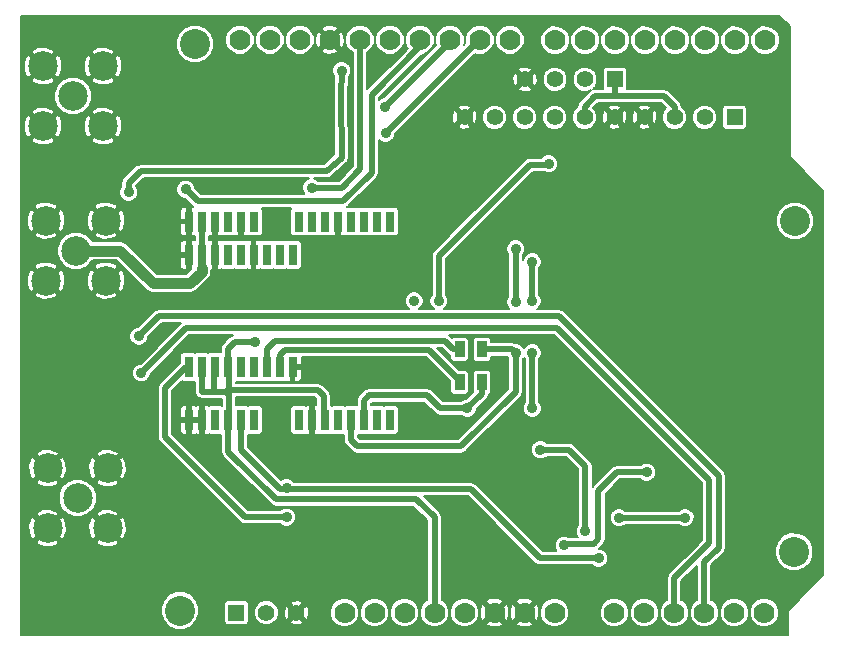
<source format=gbl>
G04 (created by PCBNEW (2013-05-31 BZR 4019)-stable) date 14/03/2014 22:41:48*
%MOIN*%
G04 Gerber Fmt 3.4, Leading zero omitted, Abs format*
%FSLAX34Y34*%
G01*
G70*
G90*
G04 APERTURE LIST*
%ADD10C,0.00590551*%
%ADD11C,0.0984252*%
%ADD12C,0.1*%
%ADD13C,0.07*%
%ADD14R,0.035X0.055*%
%ADD15R,0.055X0.055*%
%ADD16C,0.055*%
%ADD17R,0.0314961X0.0708661*%
%ADD18C,0.035*%
%ADD19C,0.02*%
%ADD20C,0.0354331*%
%ADD21C,0.008*%
G04 APERTURE END LIST*
G54D10*
G54D11*
X45150Y-36200D03*
X44150Y-37200D03*
X46150Y-37200D03*
X46150Y-35200D03*
X44150Y-35200D03*
G54D12*
X69120Y-35213D03*
X69090Y-46233D03*
G54D13*
X55100Y-48263D03*
X56100Y-48263D03*
X57100Y-48263D03*
X58100Y-48263D03*
X59100Y-48263D03*
X60100Y-48263D03*
X61100Y-48263D03*
X54100Y-48263D03*
X67120Y-29183D03*
X66120Y-29183D03*
X65120Y-29183D03*
X64120Y-29183D03*
X63120Y-29183D03*
X62120Y-29183D03*
X61120Y-29183D03*
X68120Y-29183D03*
X64090Y-48263D03*
X65090Y-48263D03*
X66090Y-48263D03*
X67090Y-48263D03*
X68090Y-48263D03*
X63090Y-48263D03*
X58610Y-29173D03*
X57610Y-29173D03*
X56610Y-29173D03*
X55610Y-29173D03*
X54610Y-29173D03*
X53610Y-29173D03*
X52610Y-29173D03*
X51610Y-29173D03*
X50610Y-29173D03*
X59610Y-29173D03*
G54D11*
X45050Y-31050D03*
X44050Y-32050D03*
X46050Y-32050D03*
X46050Y-30050D03*
X44050Y-30050D03*
X45200Y-44450D03*
X44200Y-45450D03*
X46200Y-45450D03*
X46200Y-43450D03*
X44200Y-43450D03*
G54D14*
X58682Y-39488D03*
X57932Y-39488D03*
X58682Y-40590D03*
X57932Y-40590D03*
G54D15*
X50496Y-48267D03*
G54D16*
X51496Y-48267D03*
X52496Y-48267D03*
G54D15*
X67100Y-31750D03*
G54D16*
X66100Y-31750D03*
X65100Y-31750D03*
X64100Y-31750D03*
X63100Y-31750D03*
X62100Y-31750D03*
X61100Y-31750D03*
X60100Y-31750D03*
X59100Y-31750D03*
X58100Y-31750D03*
G54D17*
X48905Y-40079D03*
X49338Y-40079D03*
X49772Y-40079D03*
X50205Y-40079D03*
X50638Y-40079D03*
X51071Y-40079D03*
X51504Y-40079D03*
X51937Y-40079D03*
X52370Y-40079D03*
X48905Y-36339D03*
X49338Y-36339D03*
X49772Y-36339D03*
X50205Y-36339D03*
X50638Y-36339D03*
X51071Y-36339D03*
X51504Y-36339D03*
X51937Y-36339D03*
X52370Y-36339D03*
X48922Y-35228D03*
X49355Y-35228D03*
X49788Y-35228D03*
X50221Y-35228D03*
X50654Y-35228D03*
X51087Y-35228D03*
X52583Y-35228D03*
X53016Y-35228D03*
X53449Y-35228D03*
X53882Y-35228D03*
X54315Y-35228D03*
X54748Y-35228D03*
X55181Y-35228D03*
X55614Y-35228D03*
X55614Y-41842D03*
X48922Y-41842D03*
X55181Y-41842D03*
X54748Y-41842D03*
X54315Y-41842D03*
X53882Y-41842D03*
X53449Y-41842D03*
X53016Y-41842D03*
X52583Y-41842D03*
X51087Y-41842D03*
X50654Y-41842D03*
X50221Y-41842D03*
X49788Y-41842D03*
X49355Y-41842D03*
G54D15*
X63114Y-30492D03*
G54D16*
X62114Y-30492D03*
X61114Y-30492D03*
X60114Y-30492D03*
G54D12*
X49120Y-29303D03*
X48620Y-48193D03*
G54D18*
X56417Y-37874D03*
X54100Y-40950D03*
X58500Y-37850D03*
X48300Y-36750D03*
X47400Y-37850D03*
X47350Y-46500D03*
X47900Y-44900D03*
X56800Y-42000D03*
X61200Y-39800D03*
X58800Y-36200D03*
X56400Y-36200D03*
X57800Y-34200D03*
X58800Y-33000D03*
X60600Y-35000D03*
X64800Y-33400D03*
X64000Y-35200D03*
X64000Y-38400D03*
X66000Y-40600D03*
X66000Y-38400D03*
X67800Y-36600D03*
X67800Y-38400D03*
X67800Y-40400D03*
X67800Y-42600D03*
X69400Y-37200D03*
X69400Y-42600D03*
X69400Y-44400D03*
X65400Y-44200D03*
X63600Y-44400D03*
X62200Y-41600D03*
X60400Y-44600D03*
X60400Y-43400D03*
X59000Y-43400D03*
X57400Y-43400D03*
X55800Y-43400D03*
X54200Y-43400D03*
X55800Y-46200D03*
X54200Y-46200D03*
X52600Y-46200D03*
X50400Y-43800D03*
X52600Y-33000D03*
X51200Y-33000D03*
X49800Y-33000D03*
X52600Y-32000D03*
X51200Y-32000D03*
X49800Y-32000D03*
X52600Y-30800D03*
X51200Y-30800D03*
X49800Y-30800D03*
X46800Y-28800D03*
X45600Y-28800D03*
X44000Y-28800D03*
X62000Y-48400D03*
X47600Y-48600D03*
X43600Y-47000D03*
X43600Y-48600D03*
X46900Y-46100D03*
X47650Y-44300D03*
X47200Y-43850D03*
X47800Y-36500D03*
X49750Y-37400D03*
X47000Y-37500D03*
X47000Y-30500D03*
X51102Y-39251D03*
X57244Y-37874D03*
X60905Y-33307D03*
X63250Y-45100D03*
X65450Y-45100D03*
X55472Y-32283D03*
X46900Y-34250D03*
X54000Y-30200D03*
X55450Y-31400D03*
X48800Y-34150D03*
X53000Y-34100D03*
X60629Y-42834D03*
X62125Y-45551D03*
X52165Y-44094D03*
X52165Y-45078D03*
X62566Y-46448D03*
X47322Y-40275D03*
X47244Y-39055D03*
X58188Y-41456D03*
X60354Y-41456D03*
X60354Y-39606D03*
X60354Y-37874D03*
X60354Y-36574D03*
X59803Y-39606D03*
X59803Y-37913D03*
X59803Y-36141D03*
X64173Y-43582D03*
X61417Y-46023D03*
G54D19*
X50205Y-40079D02*
X50205Y-39479D01*
X50205Y-39479D02*
X50433Y-39251D01*
X50433Y-39251D02*
X51102Y-39251D01*
X60275Y-33346D02*
X60866Y-33346D01*
X57244Y-37874D02*
X57244Y-36377D01*
X57244Y-36377D02*
X60275Y-33346D01*
X60866Y-33346D02*
X60905Y-33307D01*
X50221Y-41842D02*
X50221Y-42898D01*
X57100Y-45092D02*
X57100Y-48263D01*
X56496Y-44488D02*
X57100Y-45092D01*
X51811Y-44488D02*
X56496Y-44488D01*
X50221Y-42898D02*
X51811Y-44488D01*
X63114Y-30492D02*
X63114Y-30988D01*
X63114Y-30988D02*
X63175Y-31050D01*
X63250Y-45100D02*
X65450Y-45100D01*
X53449Y-41842D02*
X53400Y-41793D01*
X53400Y-41793D02*
X53400Y-41050D01*
X50205Y-40079D02*
X50250Y-40124D01*
X50250Y-40124D02*
X50250Y-41000D01*
X49772Y-40079D02*
X49750Y-40101D01*
X49750Y-40101D02*
X49750Y-40900D01*
X49338Y-40079D02*
X49350Y-40090D01*
X50250Y-41814D02*
X50221Y-41842D01*
X50250Y-41000D02*
X50250Y-41814D01*
X49350Y-40900D02*
X49750Y-40900D01*
X49350Y-40090D02*
X49350Y-40900D01*
X62100Y-31750D02*
X62100Y-31400D01*
X62100Y-31400D02*
X62450Y-31050D01*
X62450Y-31050D02*
X63175Y-31050D01*
X63175Y-31050D02*
X64750Y-31050D01*
X64750Y-31050D02*
X65100Y-31400D01*
X65100Y-31400D02*
X65100Y-31750D01*
X50150Y-40900D02*
X50250Y-41000D01*
X49750Y-40900D02*
X50150Y-40900D01*
X53200Y-40850D02*
X52728Y-40850D01*
X53400Y-41050D02*
X53200Y-40850D01*
X52728Y-40850D02*
X50200Y-40850D01*
X50200Y-40850D02*
X50150Y-40900D01*
X58582Y-29173D02*
X58610Y-29173D01*
X55472Y-32283D02*
X58582Y-29173D01*
X57610Y-29173D02*
X57610Y-29240D01*
X46900Y-33950D02*
X46900Y-34250D01*
X47300Y-33550D02*
X46900Y-33950D01*
X53500Y-33550D02*
X47300Y-33550D01*
X54000Y-33100D02*
X53500Y-33550D01*
X53991Y-31057D02*
X54000Y-33100D01*
X53991Y-31057D02*
X53991Y-31057D01*
X54000Y-30200D02*
X53991Y-31057D01*
X57610Y-29240D02*
X55450Y-31400D01*
X56610Y-29173D02*
X56610Y-29390D01*
X56610Y-29390D02*
X55000Y-31000D01*
X49200Y-34550D02*
X48800Y-34150D01*
X54050Y-34550D02*
X49200Y-34550D01*
X55000Y-33600D02*
X54050Y-34550D01*
X55000Y-31000D02*
X55000Y-33600D01*
X54000Y-34100D02*
X53000Y-34100D01*
X54610Y-29173D02*
X54610Y-33490D01*
X54610Y-33490D02*
X54000Y-34100D01*
X61574Y-42834D02*
X60629Y-42834D01*
X62125Y-43385D02*
X61574Y-42834D01*
X62125Y-44330D02*
X62125Y-43385D01*
X62125Y-45551D02*
X62125Y-44330D01*
X48905Y-40079D02*
X48818Y-40079D01*
X52109Y-44150D02*
X52100Y-44150D01*
X52165Y-44094D02*
X52109Y-44150D01*
X50787Y-45078D02*
X52165Y-45078D01*
X48110Y-42401D02*
X50787Y-45078D01*
X48110Y-40787D02*
X48110Y-42401D01*
X48818Y-40079D02*
X48110Y-40787D01*
X50650Y-41847D02*
X50654Y-41842D01*
X50650Y-42850D02*
X50650Y-41847D01*
X51950Y-44150D02*
X50975Y-43175D01*
X50975Y-43175D02*
X50650Y-42850D01*
X52050Y-44150D02*
X51950Y-44150D01*
X52100Y-44150D02*
X52050Y-44150D01*
X58300Y-44150D02*
X52100Y-44150D01*
X60600Y-46450D02*
X58300Y-44150D01*
X60750Y-46450D02*
X60600Y-46450D01*
X62566Y-46448D02*
X60750Y-46450D01*
X65090Y-47114D02*
X65090Y-48263D01*
X66259Y-45944D02*
X65090Y-47114D01*
X66259Y-43858D02*
X66259Y-45944D01*
X61181Y-38779D02*
X66259Y-43858D01*
X48818Y-38779D02*
X61181Y-38779D01*
X47322Y-40275D02*
X48818Y-38779D01*
X66090Y-46587D02*
X66090Y-48263D01*
X66574Y-46102D02*
X66090Y-46587D01*
X66574Y-43700D02*
X66574Y-46102D01*
X61259Y-38385D02*
X66574Y-43700D01*
X47913Y-38385D02*
X61259Y-38385D01*
X47244Y-39055D02*
X47913Y-38385D01*
G54D20*
X48870Y-37290D02*
X48960Y-37290D01*
X46620Y-36200D02*
X47710Y-37290D01*
X47710Y-37290D02*
X48870Y-37290D01*
X45150Y-36200D02*
X46620Y-36200D01*
X49340Y-36910D02*
X49340Y-36760D01*
X48960Y-37290D02*
X49340Y-36910D01*
G54D19*
X49355Y-36323D02*
X49338Y-36339D01*
X49355Y-35228D02*
X49355Y-36323D01*
X60354Y-39606D02*
X60354Y-41456D01*
X60354Y-36574D02*
X60354Y-37874D01*
X54748Y-41842D02*
X54748Y-41196D01*
X58682Y-40963D02*
X58682Y-40590D01*
X58188Y-41456D02*
X58682Y-40963D01*
X57283Y-41456D02*
X58188Y-41456D01*
X56850Y-41023D02*
X57283Y-41456D01*
X54921Y-41023D02*
X56850Y-41023D01*
X54748Y-41196D02*
X54921Y-41023D01*
X58682Y-39488D02*
X59685Y-39488D01*
X59685Y-39488D02*
X59803Y-39606D01*
X54315Y-41842D02*
X54315Y-42508D01*
X59803Y-40909D02*
X59803Y-39606D01*
X57992Y-42720D02*
X59803Y-40909D01*
X54527Y-42720D02*
X57992Y-42720D01*
X54315Y-42508D02*
X54527Y-42720D01*
X59803Y-36141D02*
X59803Y-37913D01*
X63188Y-43582D02*
X64173Y-43582D01*
X62559Y-44212D02*
X63188Y-43582D01*
X62559Y-45826D02*
X62559Y-44212D01*
X62401Y-45984D02*
X62559Y-45826D01*
X61456Y-45984D02*
X62401Y-45984D01*
X61417Y-46023D02*
X61456Y-45984D01*
X48922Y-36323D02*
X48905Y-36339D01*
X48922Y-35150D02*
X48922Y-36323D01*
X49788Y-36323D02*
X49772Y-36339D01*
X49788Y-35228D02*
X49788Y-36323D01*
X57932Y-40590D02*
X57932Y-40530D01*
X51937Y-39676D02*
X51937Y-40079D01*
X52101Y-39512D02*
X51937Y-39676D01*
X56914Y-39512D02*
X52101Y-39512D01*
X57932Y-40530D02*
X56914Y-39512D01*
X57932Y-39488D02*
X57716Y-39488D01*
X51504Y-39479D02*
X51504Y-40079D01*
X51771Y-39212D02*
X51504Y-39479D01*
X57440Y-39212D02*
X51771Y-39212D01*
X57716Y-39488D02*
X57440Y-39212D01*
G54D10*
G36*
X70055Y-47023D02*
X69760Y-47318D01*
X69760Y-35086D01*
X69662Y-34850D01*
X69483Y-34670D01*
X69247Y-34573D01*
X68993Y-34572D01*
X68757Y-34670D01*
X68610Y-34817D01*
X68610Y-29085D01*
X68535Y-28905D01*
X68397Y-28767D01*
X68217Y-28693D01*
X68022Y-28692D01*
X67842Y-28767D01*
X67704Y-28905D01*
X67630Y-29085D01*
X67629Y-29280D01*
X67704Y-29460D01*
X67842Y-29598D01*
X68022Y-29672D01*
X68217Y-29673D01*
X68397Y-29598D01*
X68535Y-29460D01*
X68609Y-29280D01*
X68610Y-29085D01*
X68610Y-34817D01*
X68577Y-34849D01*
X68480Y-35085D01*
X68479Y-35339D01*
X68577Y-35575D01*
X68756Y-35755D01*
X68992Y-35852D01*
X69246Y-35853D01*
X69482Y-35755D01*
X69662Y-35576D01*
X69759Y-35340D01*
X69760Y-35086D01*
X69760Y-47318D01*
X69730Y-47348D01*
X69730Y-46106D01*
X69632Y-45870D01*
X69453Y-45690D01*
X69217Y-45593D01*
X68963Y-45592D01*
X68727Y-45690D01*
X68547Y-45869D01*
X68450Y-46105D01*
X68449Y-46359D01*
X68547Y-46595D01*
X68726Y-46775D01*
X68962Y-46872D01*
X69216Y-46873D01*
X69452Y-46775D01*
X69632Y-46596D01*
X69729Y-46360D01*
X69730Y-46106D01*
X69730Y-47348D01*
X68932Y-48145D01*
X68886Y-48215D01*
X68870Y-48298D01*
X68870Y-49018D01*
X68580Y-49018D01*
X68580Y-48165D01*
X68505Y-47985D01*
X68367Y-47847D01*
X68187Y-47773D01*
X67992Y-47772D01*
X67812Y-47847D01*
X67674Y-47985D01*
X67610Y-48141D01*
X67610Y-29085D01*
X67535Y-28905D01*
X67397Y-28767D01*
X67217Y-28693D01*
X67022Y-28692D01*
X66842Y-28767D01*
X66704Y-28905D01*
X66630Y-29085D01*
X66629Y-29280D01*
X66704Y-29460D01*
X66842Y-29598D01*
X67022Y-29672D01*
X67217Y-29673D01*
X67397Y-29598D01*
X67535Y-29460D01*
X67609Y-29280D01*
X67610Y-29085D01*
X67610Y-48141D01*
X67600Y-48165D01*
X67599Y-48360D01*
X67674Y-48540D01*
X67812Y-48678D01*
X67992Y-48752D01*
X68187Y-48753D01*
X68367Y-48678D01*
X68505Y-48540D01*
X68579Y-48360D01*
X68580Y-48165D01*
X68580Y-49018D01*
X67580Y-49018D01*
X67580Y-48165D01*
X67515Y-48008D01*
X67515Y-31997D01*
X67515Y-31447D01*
X67493Y-31395D01*
X67454Y-31356D01*
X67402Y-31335D01*
X67347Y-31334D01*
X66797Y-31334D01*
X66745Y-31356D01*
X66706Y-31395D01*
X66685Y-31447D01*
X66684Y-31502D01*
X66684Y-32052D01*
X66706Y-32104D01*
X66745Y-32143D01*
X66797Y-32164D01*
X66852Y-32165D01*
X67402Y-32165D01*
X67454Y-32143D01*
X67493Y-32104D01*
X67514Y-32052D01*
X67515Y-31997D01*
X67515Y-48008D01*
X67505Y-47985D01*
X67367Y-47847D01*
X67187Y-47773D01*
X66992Y-47772D01*
X66814Y-47846D01*
X66814Y-46102D01*
X66814Y-43700D01*
X66796Y-43608D01*
X66744Y-43531D01*
X66610Y-43396D01*
X66610Y-29085D01*
X66535Y-28905D01*
X66397Y-28767D01*
X66217Y-28693D01*
X66022Y-28692D01*
X65842Y-28767D01*
X65704Y-28905D01*
X65630Y-29085D01*
X65629Y-29280D01*
X65704Y-29460D01*
X65842Y-29598D01*
X66022Y-29672D01*
X66217Y-29673D01*
X66397Y-29598D01*
X66535Y-29460D01*
X66609Y-29280D01*
X66610Y-29085D01*
X66610Y-43396D01*
X66515Y-43301D01*
X66515Y-31667D01*
X66452Y-31515D01*
X66335Y-31398D01*
X66182Y-31335D01*
X66017Y-31334D01*
X65865Y-31397D01*
X65748Y-31514D01*
X65685Y-31667D01*
X65684Y-31832D01*
X65747Y-31984D01*
X65864Y-32101D01*
X66017Y-32164D01*
X66182Y-32165D01*
X66334Y-32102D01*
X66451Y-31985D01*
X66514Y-31832D01*
X66515Y-31667D01*
X66515Y-43301D01*
X65610Y-42396D01*
X65610Y-29085D01*
X65535Y-28905D01*
X65397Y-28767D01*
X65217Y-28693D01*
X65022Y-28692D01*
X64842Y-28767D01*
X64704Y-28905D01*
X64630Y-29085D01*
X64629Y-29280D01*
X64704Y-29460D01*
X64842Y-29598D01*
X65022Y-29672D01*
X65217Y-29673D01*
X65397Y-29598D01*
X65535Y-29460D01*
X65609Y-29280D01*
X65610Y-29085D01*
X65610Y-42396D01*
X65515Y-42301D01*
X65515Y-31667D01*
X65452Y-31515D01*
X65340Y-31403D01*
X65340Y-31400D01*
X65339Y-31399D01*
X65321Y-31308D01*
X65269Y-31230D01*
X65269Y-31230D01*
X64919Y-30880D01*
X64841Y-30828D01*
X64750Y-30810D01*
X64610Y-30810D01*
X64610Y-29085D01*
X64535Y-28905D01*
X64397Y-28767D01*
X64217Y-28693D01*
X64022Y-28692D01*
X63842Y-28767D01*
X63704Y-28905D01*
X63630Y-29085D01*
X63629Y-29280D01*
X63704Y-29460D01*
X63842Y-29598D01*
X64022Y-29672D01*
X64217Y-29673D01*
X64397Y-29598D01*
X64535Y-29460D01*
X64609Y-29280D01*
X64610Y-29085D01*
X64610Y-30810D01*
X63610Y-30810D01*
X63610Y-29085D01*
X63535Y-28905D01*
X63397Y-28767D01*
X63217Y-28693D01*
X63022Y-28692D01*
X62842Y-28767D01*
X62704Y-28905D01*
X62630Y-29085D01*
X62629Y-29280D01*
X62704Y-29460D01*
X62842Y-29598D01*
X63022Y-29672D01*
X63217Y-29673D01*
X63397Y-29598D01*
X63535Y-29460D01*
X63609Y-29280D01*
X63610Y-29085D01*
X63610Y-30810D01*
X63522Y-30810D01*
X63529Y-30795D01*
X63529Y-30739D01*
X63529Y-30189D01*
X63507Y-30137D01*
X63468Y-30098D01*
X63417Y-30077D01*
X63361Y-30077D01*
X62811Y-30077D01*
X62759Y-30098D01*
X62720Y-30137D01*
X62699Y-30189D01*
X62699Y-30244D01*
X62699Y-30794D01*
X62705Y-30810D01*
X62610Y-30810D01*
X62610Y-29085D01*
X62535Y-28905D01*
X62397Y-28767D01*
X62217Y-28693D01*
X62022Y-28692D01*
X61842Y-28767D01*
X61704Y-28905D01*
X61630Y-29085D01*
X61629Y-29280D01*
X61704Y-29460D01*
X61842Y-29598D01*
X62022Y-29672D01*
X62217Y-29673D01*
X62397Y-29598D01*
X62535Y-29460D01*
X62609Y-29280D01*
X62610Y-29085D01*
X62610Y-30810D01*
X62450Y-30810D01*
X62366Y-30826D01*
X62465Y-30727D01*
X62529Y-30575D01*
X62529Y-30409D01*
X62466Y-30257D01*
X62349Y-30140D01*
X62197Y-30077D01*
X62031Y-30077D01*
X61879Y-30140D01*
X61762Y-30256D01*
X61699Y-30409D01*
X61699Y-30574D01*
X61762Y-30726D01*
X61878Y-30843D01*
X62031Y-30907D01*
X62196Y-30907D01*
X62310Y-30859D01*
X62280Y-30880D01*
X61930Y-31230D01*
X61878Y-31308D01*
X61860Y-31400D01*
X61860Y-31403D01*
X61748Y-31514D01*
X61685Y-31667D01*
X61684Y-31832D01*
X61747Y-31984D01*
X61864Y-32101D01*
X62017Y-32164D01*
X62182Y-32165D01*
X62334Y-32102D01*
X62451Y-31985D01*
X62514Y-31832D01*
X62515Y-31667D01*
X62452Y-31515D01*
X62388Y-31451D01*
X62549Y-31290D01*
X63175Y-31290D01*
X64650Y-31290D01*
X64811Y-31451D01*
X64748Y-31514D01*
X64685Y-31667D01*
X64684Y-31832D01*
X64747Y-31984D01*
X64864Y-32101D01*
X65017Y-32164D01*
X65182Y-32165D01*
X65334Y-32102D01*
X65451Y-31985D01*
X65514Y-31832D01*
X65515Y-31667D01*
X65515Y-42301D01*
X64521Y-41307D01*
X64521Y-31789D01*
X64504Y-31625D01*
X64474Y-31552D01*
X64413Y-31521D01*
X64328Y-31606D01*
X64328Y-31436D01*
X64297Y-31375D01*
X64139Y-31328D01*
X63975Y-31345D01*
X63902Y-31375D01*
X63871Y-31436D01*
X64100Y-31665D01*
X64328Y-31436D01*
X64328Y-31606D01*
X64184Y-31750D01*
X64413Y-31978D01*
X64474Y-31947D01*
X64521Y-31789D01*
X64521Y-41307D01*
X64328Y-41115D01*
X64328Y-32063D01*
X64100Y-31834D01*
X64015Y-31919D01*
X64015Y-31750D01*
X63786Y-31521D01*
X63725Y-31552D01*
X63678Y-31710D01*
X63695Y-31874D01*
X63725Y-31947D01*
X63786Y-31978D01*
X64015Y-31750D01*
X64015Y-31919D01*
X63871Y-32063D01*
X63902Y-32124D01*
X64060Y-32171D01*
X64224Y-32154D01*
X64297Y-32124D01*
X64328Y-32063D01*
X64328Y-41115D01*
X63521Y-40307D01*
X63521Y-31789D01*
X63504Y-31625D01*
X63474Y-31552D01*
X63413Y-31521D01*
X63328Y-31606D01*
X63328Y-31436D01*
X63297Y-31375D01*
X63139Y-31328D01*
X62975Y-31345D01*
X62902Y-31375D01*
X62871Y-31436D01*
X63100Y-31665D01*
X63328Y-31436D01*
X63328Y-31606D01*
X63184Y-31750D01*
X63413Y-31978D01*
X63474Y-31947D01*
X63521Y-31789D01*
X63521Y-40307D01*
X63328Y-40115D01*
X63328Y-32063D01*
X63100Y-31834D01*
X63015Y-31919D01*
X63015Y-31750D01*
X62786Y-31521D01*
X62725Y-31552D01*
X62678Y-31710D01*
X62695Y-31874D01*
X62725Y-31947D01*
X62786Y-31978D01*
X63015Y-31750D01*
X63015Y-31919D01*
X62871Y-32063D01*
X62902Y-32124D01*
X63060Y-32171D01*
X63224Y-32154D01*
X63297Y-32124D01*
X63328Y-32063D01*
X63328Y-40115D01*
X61610Y-38396D01*
X61610Y-29085D01*
X61535Y-28905D01*
X61397Y-28767D01*
X61217Y-28693D01*
X61022Y-28692D01*
X60842Y-28767D01*
X60704Y-28905D01*
X60630Y-29085D01*
X60629Y-29280D01*
X60704Y-29460D01*
X60842Y-29598D01*
X61022Y-29672D01*
X61217Y-29673D01*
X61397Y-29598D01*
X61535Y-29460D01*
X61609Y-29280D01*
X61610Y-29085D01*
X61610Y-38396D01*
X61529Y-38315D01*
X61529Y-30409D01*
X61466Y-30257D01*
X61349Y-30140D01*
X61197Y-30077D01*
X61031Y-30077D01*
X60879Y-30140D01*
X60762Y-30256D01*
X60699Y-30409D01*
X60699Y-30574D01*
X60762Y-30726D01*
X60878Y-30843D01*
X61031Y-30907D01*
X61196Y-30907D01*
X61348Y-30844D01*
X61465Y-30727D01*
X61529Y-30575D01*
X61529Y-30409D01*
X61529Y-38315D01*
X61515Y-38301D01*
X61515Y-31667D01*
X61452Y-31515D01*
X61335Y-31398D01*
X61182Y-31335D01*
X61017Y-31334D01*
X60865Y-31397D01*
X60748Y-31514D01*
X60685Y-31667D01*
X60684Y-31832D01*
X60747Y-31984D01*
X60864Y-32101D01*
X61017Y-32164D01*
X61182Y-32165D01*
X61334Y-32102D01*
X61451Y-31985D01*
X61514Y-31832D01*
X61515Y-31667D01*
X61515Y-38301D01*
X61429Y-38216D01*
X61351Y-38164D01*
X61259Y-38145D01*
X60521Y-38145D01*
X60532Y-38141D01*
X60621Y-38052D01*
X60669Y-37936D01*
X60669Y-37811D01*
X60621Y-37695D01*
X60594Y-37668D01*
X60594Y-36780D01*
X60621Y-36753D01*
X60669Y-36637D01*
X60669Y-36512D01*
X60621Y-36396D01*
X60532Y-36307D01*
X60417Y-36259D01*
X60291Y-36259D01*
X60176Y-36307D01*
X60087Y-36396D01*
X60043Y-36502D01*
X60043Y-36347D01*
X60070Y-36320D01*
X60118Y-36204D01*
X60118Y-36079D01*
X60070Y-35963D01*
X59981Y-35874D01*
X59866Y-35826D01*
X59740Y-35826D01*
X59624Y-35874D01*
X59536Y-35963D01*
X59488Y-36078D01*
X59488Y-36204D01*
X59535Y-36319D01*
X59563Y-36347D01*
X59563Y-37707D01*
X59536Y-37734D01*
X59488Y-37850D01*
X59488Y-37975D01*
X59535Y-38091D01*
X59590Y-38145D01*
X57411Y-38145D01*
X57422Y-38141D01*
X57510Y-38052D01*
X57559Y-37936D01*
X57559Y-37811D01*
X57511Y-37695D01*
X57484Y-37668D01*
X57484Y-36477D01*
X60375Y-33586D01*
X60756Y-33586D01*
X60842Y-33622D01*
X60967Y-33622D01*
X61083Y-33574D01*
X61172Y-33485D01*
X61220Y-33370D01*
X61220Y-33244D01*
X61172Y-33128D01*
X61084Y-33040D01*
X60968Y-32992D01*
X60843Y-32992D01*
X60727Y-33039D01*
X60660Y-33106D01*
X60535Y-33106D01*
X60535Y-30531D01*
X60518Y-30367D01*
X60488Y-30294D01*
X60427Y-30263D01*
X60342Y-30348D01*
X60342Y-30178D01*
X60311Y-30117D01*
X60153Y-30070D01*
X60100Y-30076D01*
X60100Y-29075D01*
X60025Y-28895D01*
X59887Y-28757D01*
X59707Y-28683D01*
X59512Y-28682D01*
X59332Y-28757D01*
X59194Y-28895D01*
X59120Y-29075D01*
X59119Y-29270D01*
X59194Y-29450D01*
X59332Y-29588D01*
X59512Y-29662D01*
X59707Y-29663D01*
X59887Y-29588D01*
X60025Y-29450D01*
X60099Y-29270D01*
X60100Y-29075D01*
X60100Y-30076D01*
X59989Y-30087D01*
X59916Y-30117D01*
X59885Y-30178D01*
X60114Y-30407D01*
X60342Y-30178D01*
X60342Y-30348D01*
X60199Y-30492D01*
X60427Y-30720D01*
X60488Y-30689D01*
X60535Y-30531D01*
X60535Y-33106D01*
X60515Y-33106D01*
X60515Y-31667D01*
X60452Y-31515D01*
X60342Y-31405D01*
X60342Y-30805D01*
X60114Y-30576D01*
X60029Y-30661D01*
X60029Y-30492D01*
X59800Y-30263D01*
X59740Y-30294D01*
X59692Y-30452D01*
X59709Y-30616D01*
X59740Y-30689D01*
X59800Y-30720D01*
X60029Y-30492D01*
X60029Y-30661D01*
X59885Y-30805D01*
X59916Y-30866D01*
X60074Y-30913D01*
X60238Y-30896D01*
X60311Y-30866D01*
X60342Y-30805D01*
X60342Y-31405D01*
X60335Y-31398D01*
X60182Y-31335D01*
X60017Y-31334D01*
X59865Y-31397D01*
X59748Y-31514D01*
X59685Y-31667D01*
X59684Y-31832D01*
X59747Y-31984D01*
X59864Y-32101D01*
X60017Y-32164D01*
X60182Y-32165D01*
X60334Y-32102D01*
X60451Y-31985D01*
X60514Y-31832D01*
X60515Y-31667D01*
X60515Y-33106D01*
X60275Y-33106D01*
X60183Y-33124D01*
X60105Y-33176D01*
X59515Y-33767D01*
X59515Y-31667D01*
X59452Y-31515D01*
X59335Y-31398D01*
X59182Y-31335D01*
X59100Y-31334D01*
X59100Y-29075D01*
X59025Y-28895D01*
X58887Y-28757D01*
X58707Y-28683D01*
X58512Y-28682D01*
X58332Y-28757D01*
X58194Y-28895D01*
X58120Y-29075D01*
X58119Y-29270D01*
X58127Y-29288D01*
X58067Y-29349D01*
X58099Y-29270D01*
X58100Y-29075D01*
X58025Y-28895D01*
X57887Y-28757D01*
X57707Y-28683D01*
X57512Y-28682D01*
X57332Y-28757D01*
X57194Y-28895D01*
X57120Y-29075D01*
X57119Y-29270D01*
X57155Y-29355D01*
X55425Y-31084D01*
X55387Y-31084D01*
X55271Y-31132D01*
X55240Y-31164D01*
X55240Y-31099D01*
X56676Y-29663D01*
X56707Y-29663D01*
X56887Y-29588D01*
X57025Y-29450D01*
X57099Y-29270D01*
X57100Y-29075D01*
X57025Y-28895D01*
X56887Y-28757D01*
X56707Y-28683D01*
X56512Y-28682D01*
X56332Y-28757D01*
X56194Y-28895D01*
X56120Y-29075D01*
X56119Y-29270D01*
X56194Y-29450D01*
X56202Y-29458D01*
X56100Y-29560D01*
X56100Y-29075D01*
X56025Y-28895D01*
X55887Y-28757D01*
X55707Y-28683D01*
X55512Y-28682D01*
X55332Y-28757D01*
X55194Y-28895D01*
X55120Y-29075D01*
X55119Y-29270D01*
X55194Y-29450D01*
X55332Y-29588D01*
X55512Y-29662D01*
X55707Y-29663D01*
X55887Y-29588D01*
X56025Y-29450D01*
X56099Y-29270D01*
X56100Y-29075D01*
X56100Y-29560D01*
X54850Y-30810D01*
X54850Y-29604D01*
X54887Y-29588D01*
X55025Y-29450D01*
X55099Y-29270D01*
X55100Y-29075D01*
X55025Y-28895D01*
X54887Y-28757D01*
X54707Y-28683D01*
X54512Y-28682D01*
X54332Y-28757D01*
X54194Y-28895D01*
X54120Y-29075D01*
X54119Y-29270D01*
X54194Y-29450D01*
X54332Y-29588D01*
X54370Y-29603D01*
X54370Y-33390D01*
X53900Y-33860D01*
X53205Y-33860D01*
X53178Y-33833D01*
X53074Y-33790D01*
X53500Y-33790D01*
X53539Y-33782D01*
X53580Y-33776D01*
X53585Y-33772D01*
X53591Y-33771D01*
X53625Y-33749D01*
X53660Y-33728D01*
X54160Y-33278D01*
X54162Y-33275D01*
X54172Y-33268D01*
X54208Y-33213D01*
X54216Y-33203D01*
X54217Y-33201D01*
X54223Y-33190D01*
X54237Y-33121D01*
X54239Y-33112D01*
X54239Y-33110D01*
X54241Y-33098D01*
X54231Y-31057D01*
X54237Y-30407D01*
X54266Y-30378D01*
X54314Y-30262D01*
X54315Y-30137D01*
X54267Y-30021D01*
X54178Y-29933D01*
X54106Y-29903D01*
X54106Y-29230D01*
X54090Y-29036D01*
X54046Y-28930D01*
X53978Y-28889D01*
X53893Y-28974D01*
X53893Y-28804D01*
X53852Y-28736D01*
X53667Y-28676D01*
X53473Y-28692D01*
X53367Y-28736D01*
X53326Y-28804D01*
X53610Y-29088D01*
X53893Y-28804D01*
X53893Y-28974D01*
X53694Y-29173D01*
X53978Y-29456D01*
X54046Y-29415D01*
X54106Y-29230D01*
X54106Y-29903D01*
X54062Y-29885D01*
X53937Y-29884D01*
X53893Y-29903D01*
X53893Y-29541D01*
X53610Y-29257D01*
X53525Y-29342D01*
X53525Y-29173D01*
X53241Y-28889D01*
X53173Y-28930D01*
X53113Y-29115D01*
X53129Y-29309D01*
X53173Y-29415D01*
X53241Y-29456D01*
X53525Y-29173D01*
X53525Y-29342D01*
X53326Y-29541D01*
X53367Y-29609D01*
X53552Y-29669D01*
X53746Y-29653D01*
X53852Y-29609D01*
X53893Y-29541D01*
X53893Y-29903D01*
X53821Y-29932D01*
X53733Y-30021D01*
X53685Y-30137D01*
X53684Y-30262D01*
X53732Y-30378D01*
X53757Y-30403D01*
X53751Y-31054D01*
X53751Y-31055D01*
X53751Y-31057D01*
X53751Y-31057D01*
X53751Y-31058D01*
X53761Y-32991D01*
X53407Y-33310D01*
X53100Y-33310D01*
X53100Y-29075D01*
X53025Y-28895D01*
X52887Y-28757D01*
X52707Y-28683D01*
X52512Y-28682D01*
X52332Y-28757D01*
X52194Y-28895D01*
X52120Y-29075D01*
X52119Y-29270D01*
X52194Y-29450D01*
X52332Y-29588D01*
X52512Y-29662D01*
X52707Y-29663D01*
X52887Y-29588D01*
X53025Y-29450D01*
X53099Y-29270D01*
X53100Y-29075D01*
X53100Y-33310D01*
X52100Y-33310D01*
X52100Y-29075D01*
X52025Y-28895D01*
X51887Y-28757D01*
X51707Y-28683D01*
X51512Y-28682D01*
X51332Y-28757D01*
X51194Y-28895D01*
X51120Y-29075D01*
X51119Y-29270D01*
X51194Y-29450D01*
X51332Y-29588D01*
X51512Y-29662D01*
X51707Y-29663D01*
X51887Y-29588D01*
X52025Y-29450D01*
X52099Y-29270D01*
X52100Y-29075D01*
X52100Y-33310D01*
X51100Y-33310D01*
X51100Y-29075D01*
X51025Y-28895D01*
X50887Y-28757D01*
X50707Y-28683D01*
X50512Y-28682D01*
X50332Y-28757D01*
X50194Y-28895D01*
X50120Y-29075D01*
X50119Y-29270D01*
X50194Y-29450D01*
X50332Y-29588D01*
X50512Y-29662D01*
X50707Y-29663D01*
X50887Y-29588D01*
X51025Y-29450D01*
X51099Y-29270D01*
X51100Y-29075D01*
X51100Y-33310D01*
X49760Y-33310D01*
X49760Y-29176D01*
X49662Y-28940D01*
X49483Y-28760D01*
X49247Y-28663D01*
X48993Y-28662D01*
X48757Y-28760D01*
X48577Y-28939D01*
X48480Y-29175D01*
X48479Y-29429D01*
X48577Y-29665D01*
X48756Y-29845D01*
X48992Y-29942D01*
X49246Y-29943D01*
X49482Y-29845D01*
X49662Y-29666D01*
X49759Y-29430D01*
X49760Y-29176D01*
X49760Y-33310D01*
X47300Y-33310D01*
X47208Y-33328D01*
X47161Y-33359D01*
X47130Y-33380D01*
X46730Y-33780D01*
X46687Y-33843D01*
X46687Y-32141D01*
X46687Y-30141D01*
X46674Y-29890D01*
X46604Y-29721D01*
X46521Y-29663D01*
X46436Y-29748D01*
X46436Y-29578D01*
X46378Y-29495D01*
X46141Y-29412D01*
X45890Y-29425D01*
X45721Y-29495D01*
X45663Y-29578D01*
X46050Y-29965D01*
X46436Y-29578D01*
X46436Y-29748D01*
X46134Y-30050D01*
X46521Y-30436D01*
X46604Y-30378D01*
X46687Y-30141D01*
X46687Y-32141D01*
X46674Y-31890D01*
X46604Y-31721D01*
X46521Y-31663D01*
X46436Y-31748D01*
X46436Y-31578D01*
X46436Y-30521D01*
X46050Y-30134D01*
X45965Y-30219D01*
X45965Y-30050D01*
X45578Y-29663D01*
X45495Y-29721D01*
X45412Y-29958D01*
X45425Y-30209D01*
X45495Y-30378D01*
X45578Y-30436D01*
X45965Y-30050D01*
X45965Y-30219D01*
X45663Y-30521D01*
X45721Y-30604D01*
X45958Y-30687D01*
X46209Y-30674D01*
X46378Y-30604D01*
X46436Y-30521D01*
X46436Y-31578D01*
X46378Y-31495D01*
X46141Y-31412D01*
X45890Y-31425D01*
X45721Y-31495D01*
X45682Y-31551D01*
X45682Y-30924D01*
X45586Y-30692D01*
X45408Y-30514D01*
X45176Y-30417D01*
X44924Y-30417D01*
X44692Y-30513D01*
X44687Y-30518D01*
X44687Y-30141D01*
X44674Y-29890D01*
X44604Y-29721D01*
X44521Y-29663D01*
X44436Y-29748D01*
X44436Y-29578D01*
X44378Y-29495D01*
X44141Y-29412D01*
X43890Y-29425D01*
X43721Y-29495D01*
X43663Y-29578D01*
X44050Y-29965D01*
X44436Y-29578D01*
X44436Y-29748D01*
X44134Y-30050D01*
X44521Y-30436D01*
X44604Y-30378D01*
X44687Y-30141D01*
X44687Y-30518D01*
X44514Y-30691D01*
X44436Y-30879D01*
X44436Y-30521D01*
X44050Y-30134D01*
X43965Y-30219D01*
X43965Y-30050D01*
X43578Y-29663D01*
X43495Y-29721D01*
X43412Y-29958D01*
X43425Y-30209D01*
X43495Y-30378D01*
X43578Y-30436D01*
X43965Y-30050D01*
X43965Y-30219D01*
X43663Y-30521D01*
X43721Y-30604D01*
X43958Y-30687D01*
X44209Y-30674D01*
X44378Y-30604D01*
X44436Y-30521D01*
X44436Y-30879D01*
X44417Y-30923D01*
X44417Y-31175D01*
X44513Y-31407D01*
X44691Y-31585D01*
X44923Y-31682D01*
X45175Y-31682D01*
X45407Y-31586D01*
X45585Y-31408D01*
X45682Y-31176D01*
X45682Y-30924D01*
X45682Y-31551D01*
X45663Y-31578D01*
X46050Y-31965D01*
X46436Y-31578D01*
X46436Y-31748D01*
X46134Y-32050D01*
X46521Y-32436D01*
X46604Y-32378D01*
X46687Y-32141D01*
X46687Y-33843D01*
X46678Y-33858D01*
X46660Y-33950D01*
X46660Y-34044D01*
X46633Y-34071D01*
X46585Y-34187D01*
X46584Y-34312D01*
X46632Y-34428D01*
X46721Y-34516D01*
X46837Y-34564D01*
X46962Y-34565D01*
X47078Y-34517D01*
X47166Y-34428D01*
X47214Y-34312D01*
X47215Y-34187D01*
X47167Y-34071D01*
X47142Y-34046D01*
X47399Y-33790D01*
X52925Y-33790D01*
X52821Y-33832D01*
X52733Y-33921D01*
X52685Y-34037D01*
X52684Y-34162D01*
X52732Y-34278D01*
X52764Y-34310D01*
X49299Y-34310D01*
X49115Y-34125D01*
X49115Y-34087D01*
X49067Y-33971D01*
X48978Y-33883D01*
X48862Y-33835D01*
X48737Y-33834D01*
X48621Y-33882D01*
X48533Y-33971D01*
X48485Y-34087D01*
X48484Y-34212D01*
X48532Y-34328D01*
X48621Y-34416D01*
X48737Y-34464D01*
X48775Y-34464D01*
X49030Y-34719D01*
X49030Y-34719D01*
X49052Y-34734D01*
X49051Y-34734D01*
X49017Y-34734D01*
X48982Y-34769D01*
X48982Y-35168D01*
X48989Y-35168D01*
X48989Y-35288D01*
X48982Y-35288D01*
X48982Y-35688D01*
X49017Y-35723D01*
X49051Y-35723D01*
X49107Y-35723D01*
X49115Y-35719D01*
X49115Y-35854D01*
X49091Y-35845D01*
X49035Y-35845D01*
X49000Y-35845D01*
X48965Y-35880D01*
X48965Y-36279D01*
X48973Y-36279D01*
X48973Y-36399D01*
X48965Y-36399D01*
X48965Y-36798D01*
X48984Y-36817D01*
X48862Y-36939D01*
X48862Y-35688D01*
X48862Y-35288D01*
X48862Y-35168D01*
X48862Y-34769D01*
X48827Y-34734D01*
X48792Y-34734D01*
X48736Y-34734D01*
X48685Y-34755D01*
X48645Y-34795D01*
X48624Y-34846D01*
X48624Y-35133D01*
X48659Y-35168D01*
X48862Y-35168D01*
X48862Y-35288D01*
X48659Y-35288D01*
X48624Y-35323D01*
X48624Y-35610D01*
X48645Y-35662D01*
X48685Y-35701D01*
X48736Y-35723D01*
X48792Y-35723D01*
X48827Y-35723D01*
X48862Y-35688D01*
X48862Y-36939D01*
X48845Y-36955D01*
X48845Y-36798D01*
X48845Y-36399D01*
X48845Y-36279D01*
X48845Y-35880D01*
X48810Y-35845D01*
X48776Y-35845D01*
X48720Y-35845D01*
X48669Y-35866D01*
X48629Y-35905D01*
X48608Y-35957D01*
X48608Y-36244D01*
X48643Y-36279D01*
X48845Y-36279D01*
X48845Y-36399D01*
X48643Y-36399D01*
X48608Y-36434D01*
X48608Y-36721D01*
X48629Y-36772D01*
X48669Y-36812D01*
X48720Y-36833D01*
X48776Y-36833D01*
X48810Y-36833D01*
X48845Y-36798D01*
X48845Y-36955D01*
X48828Y-36972D01*
X47841Y-36972D01*
X46844Y-35975D01*
X46787Y-35938D01*
X46787Y-35291D01*
X46774Y-35040D01*
X46704Y-34871D01*
X46621Y-34813D01*
X46536Y-34898D01*
X46536Y-34728D01*
X46478Y-34645D01*
X46436Y-34630D01*
X46436Y-32521D01*
X46050Y-32134D01*
X45965Y-32219D01*
X45965Y-32050D01*
X45578Y-31663D01*
X45495Y-31721D01*
X45412Y-31958D01*
X45425Y-32209D01*
X45495Y-32378D01*
X45578Y-32436D01*
X45965Y-32050D01*
X45965Y-32219D01*
X45663Y-32521D01*
X45721Y-32604D01*
X45958Y-32687D01*
X46209Y-32674D01*
X46378Y-32604D01*
X46436Y-32521D01*
X46436Y-34630D01*
X46241Y-34562D01*
X45990Y-34575D01*
X45821Y-34645D01*
X45763Y-34728D01*
X46150Y-35115D01*
X46536Y-34728D01*
X46536Y-34898D01*
X46234Y-35200D01*
X46621Y-35586D01*
X46704Y-35528D01*
X46787Y-35291D01*
X46787Y-35938D01*
X46741Y-35906D01*
X46620Y-35882D01*
X46536Y-35882D01*
X46536Y-35671D01*
X46150Y-35284D01*
X46065Y-35369D01*
X46065Y-35200D01*
X45678Y-34813D01*
X45595Y-34871D01*
X45512Y-35108D01*
X45525Y-35359D01*
X45595Y-35528D01*
X45678Y-35586D01*
X46065Y-35200D01*
X46065Y-35369D01*
X45763Y-35671D01*
X45821Y-35754D01*
X46058Y-35837D01*
X46309Y-35824D01*
X46478Y-35754D01*
X46536Y-35671D01*
X46536Y-35882D01*
X45702Y-35882D01*
X45686Y-35842D01*
X45508Y-35664D01*
X45276Y-35567D01*
X45024Y-35567D01*
X44792Y-35663D01*
X44787Y-35668D01*
X44787Y-35291D01*
X44774Y-35040D01*
X44704Y-34871D01*
X44687Y-34859D01*
X44687Y-32141D01*
X44674Y-31890D01*
X44604Y-31721D01*
X44521Y-31663D01*
X44436Y-31748D01*
X44436Y-31578D01*
X44378Y-31495D01*
X44141Y-31412D01*
X43890Y-31425D01*
X43721Y-31495D01*
X43663Y-31578D01*
X44050Y-31965D01*
X44436Y-31578D01*
X44436Y-31748D01*
X44134Y-32050D01*
X44521Y-32436D01*
X44604Y-32378D01*
X44687Y-32141D01*
X44687Y-34859D01*
X44621Y-34813D01*
X44536Y-34898D01*
X44536Y-34728D01*
X44478Y-34645D01*
X44436Y-34630D01*
X44436Y-32521D01*
X44050Y-32134D01*
X43965Y-32219D01*
X43965Y-32050D01*
X43578Y-31663D01*
X43495Y-31721D01*
X43412Y-31958D01*
X43425Y-32209D01*
X43495Y-32378D01*
X43578Y-32436D01*
X43965Y-32050D01*
X43965Y-32219D01*
X43663Y-32521D01*
X43721Y-32604D01*
X43958Y-32687D01*
X44209Y-32674D01*
X44378Y-32604D01*
X44436Y-32521D01*
X44436Y-34630D01*
X44241Y-34562D01*
X43990Y-34575D01*
X43821Y-34645D01*
X43763Y-34728D01*
X44150Y-35115D01*
X44536Y-34728D01*
X44536Y-34898D01*
X44234Y-35200D01*
X44621Y-35586D01*
X44704Y-35528D01*
X44787Y-35291D01*
X44787Y-35668D01*
X44614Y-35841D01*
X44536Y-36029D01*
X44536Y-35671D01*
X44150Y-35284D01*
X44065Y-35369D01*
X44065Y-35200D01*
X43678Y-34813D01*
X43595Y-34871D01*
X43512Y-35108D01*
X43525Y-35359D01*
X43595Y-35528D01*
X43678Y-35586D01*
X44065Y-35200D01*
X44065Y-35369D01*
X43763Y-35671D01*
X43821Y-35754D01*
X44058Y-35837D01*
X44309Y-35824D01*
X44478Y-35754D01*
X44536Y-35671D01*
X44536Y-36029D01*
X44517Y-36073D01*
X44517Y-36325D01*
X44613Y-36557D01*
X44791Y-36735D01*
X45023Y-36832D01*
X45275Y-36832D01*
X45507Y-36736D01*
X45685Y-36558D01*
X45702Y-36517D01*
X46488Y-36517D01*
X47485Y-37514D01*
X47485Y-37514D01*
X47588Y-37583D01*
X47710Y-37607D01*
X48870Y-37607D01*
X48960Y-37607D01*
X49081Y-37583D01*
X49081Y-37583D01*
X49184Y-37514D01*
X49564Y-37134D01*
X49564Y-37134D01*
X49633Y-37031D01*
X49657Y-36910D01*
X49657Y-36910D01*
X49657Y-36833D01*
X49677Y-36833D01*
X49712Y-36798D01*
X49712Y-36399D01*
X49704Y-36399D01*
X49704Y-36279D01*
X49712Y-36279D01*
X49712Y-35880D01*
X49677Y-35845D01*
X49642Y-35845D01*
X49595Y-35845D01*
X49595Y-35719D01*
X49602Y-35723D01*
X49658Y-35723D01*
X49693Y-35723D01*
X49728Y-35688D01*
X49728Y-35288D01*
X49720Y-35288D01*
X49720Y-35168D01*
X49728Y-35168D01*
X49728Y-35160D01*
X49848Y-35160D01*
X49848Y-35168D01*
X49856Y-35168D01*
X49856Y-35288D01*
X49848Y-35288D01*
X49848Y-35688D01*
X49883Y-35723D01*
X49917Y-35723D01*
X49973Y-35723D01*
X50004Y-35710D01*
X50035Y-35723D01*
X50091Y-35723D01*
X50406Y-35723D01*
X50437Y-35710D01*
X50468Y-35723D01*
X50524Y-35723D01*
X50559Y-35723D01*
X50594Y-35688D01*
X50594Y-35288D01*
X50586Y-35288D01*
X50586Y-35168D01*
X50594Y-35168D01*
X50594Y-35160D01*
X50714Y-35160D01*
X50714Y-35168D01*
X50722Y-35168D01*
X50722Y-35288D01*
X50714Y-35288D01*
X50714Y-35688D01*
X50749Y-35723D01*
X50784Y-35723D01*
X50839Y-35723D01*
X50870Y-35710D01*
X50901Y-35723D01*
X50957Y-35723D01*
X51272Y-35723D01*
X51324Y-35701D01*
X51363Y-35662D01*
X51384Y-35611D01*
X51384Y-35555D01*
X51384Y-34846D01*
X51363Y-34795D01*
X51358Y-34790D01*
X52312Y-34790D01*
X52307Y-34795D01*
X52286Y-34846D01*
X52285Y-34902D01*
X52285Y-35610D01*
X52307Y-35662D01*
X52346Y-35701D01*
X52398Y-35723D01*
X52453Y-35723D01*
X52768Y-35723D01*
X52800Y-35710D01*
X52831Y-35723D01*
X52886Y-35723D01*
X53201Y-35723D01*
X53233Y-35710D01*
X53264Y-35723D01*
X53319Y-35723D01*
X53634Y-35723D01*
X53666Y-35710D01*
X53697Y-35723D01*
X53752Y-35723D01*
X53787Y-35723D01*
X53822Y-35688D01*
X53822Y-35288D01*
X53814Y-35288D01*
X53814Y-35168D01*
X53822Y-35168D01*
X53822Y-35160D01*
X53942Y-35160D01*
X53942Y-35168D01*
X53950Y-35168D01*
X53950Y-35288D01*
X53942Y-35288D01*
X53942Y-35688D01*
X53977Y-35723D01*
X54012Y-35723D01*
X54068Y-35723D01*
X54099Y-35710D01*
X54130Y-35723D01*
X54185Y-35723D01*
X54500Y-35723D01*
X54532Y-35710D01*
X54563Y-35723D01*
X54619Y-35723D01*
X54934Y-35723D01*
X54965Y-35710D01*
X54996Y-35723D01*
X55052Y-35723D01*
X55367Y-35723D01*
X55398Y-35710D01*
X55429Y-35723D01*
X55485Y-35723D01*
X55800Y-35723D01*
X55851Y-35701D01*
X55891Y-35662D01*
X55912Y-35611D01*
X55912Y-35555D01*
X55912Y-34846D01*
X55891Y-34795D01*
X55851Y-34755D01*
X55800Y-34734D01*
X55744Y-34734D01*
X55429Y-34734D01*
X55398Y-34747D01*
X55367Y-34734D01*
X55311Y-34734D01*
X54996Y-34734D01*
X54965Y-34747D01*
X54934Y-34734D01*
X54878Y-34734D01*
X54563Y-34734D01*
X54532Y-34747D01*
X54501Y-34734D01*
X54445Y-34734D01*
X54197Y-34734D01*
X54219Y-34719D01*
X55169Y-33769D01*
X55169Y-33769D01*
X55221Y-33691D01*
X55239Y-33600D01*
X55240Y-33600D01*
X55240Y-32496D01*
X55293Y-32550D01*
X55409Y-32598D01*
X55534Y-32598D01*
X55650Y-32550D01*
X55739Y-32462D01*
X55787Y-32346D01*
X55787Y-32307D01*
X58455Y-29639D01*
X58512Y-29662D01*
X58707Y-29663D01*
X58887Y-29588D01*
X59025Y-29450D01*
X59099Y-29270D01*
X59100Y-29075D01*
X59100Y-31334D01*
X59017Y-31334D01*
X58865Y-31397D01*
X58748Y-31514D01*
X58685Y-31667D01*
X58684Y-31832D01*
X58747Y-31984D01*
X58864Y-32101D01*
X59017Y-32164D01*
X59182Y-32165D01*
X59334Y-32102D01*
X59451Y-31985D01*
X59514Y-31832D01*
X59515Y-31667D01*
X59515Y-33767D01*
X58521Y-34761D01*
X58521Y-31789D01*
X58504Y-31625D01*
X58474Y-31552D01*
X58413Y-31521D01*
X58328Y-31606D01*
X58328Y-31436D01*
X58297Y-31375D01*
X58139Y-31328D01*
X57975Y-31345D01*
X57902Y-31375D01*
X57871Y-31436D01*
X58100Y-31665D01*
X58328Y-31436D01*
X58328Y-31606D01*
X58184Y-31750D01*
X58413Y-31978D01*
X58474Y-31947D01*
X58521Y-31789D01*
X58521Y-34761D01*
X58328Y-34953D01*
X58328Y-32063D01*
X58100Y-31834D01*
X58015Y-31919D01*
X58015Y-31750D01*
X57786Y-31521D01*
X57725Y-31552D01*
X57678Y-31710D01*
X57695Y-31874D01*
X57725Y-31947D01*
X57786Y-31978D01*
X58015Y-31750D01*
X58015Y-31919D01*
X57871Y-32063D01*
X57902Y-32124D01*
X58060Y-32171D01*
X58224Y-32154D01*
X58297Y-32124D01*
X58328Y-32063D01*
X58328Y-34953D01*
X57074Y-36208D01*
X57022Y-36286D01*
X57004Y-36377D01*
X57004Y-37668D01*
X56977Y-37695D01*
X56929Y-37811D01*
X56929Y-37936D01*
X56976Y-38052D01*
X57065Y-38140D01*
X57077Y-38145D01*
X56584Y-38145D01*
X56595Y-38141D01*
X56684Y-38052D01*
X56732Y-37936D01*
X56732Y-37811D01*
X56684Y-37695D01*
X56595Y-37607D01*
X56480Y-37559D01*
X56354Y-37558D01*
X56239Y-37606D01*
X56150Y-37695D01*
X56102Y-37811D01*
X56102Y-37936D01*
X56150Y-38052D01*
X56238Y-38140D01*
X56250Y-38145D01*
X52667Y-38145D01*
X52667Y-36665D01*
X52667Y-35957D01*
X52646Y-35905D01*
X52607Y-35866D01*
X52555Y-35845D01*
X52500Y-35845D01*
X52185Y-35845D01*
X52153Y-35857D01*
X52122Y-35845D01*
X52067Y-35845D01*
X51752Y-35845D01*
X51720Y-35857D01*
X51689Y-35845D01*
X51634Y-35845D01*
X51319Y-35845D01*
X51287Y-35857D01*
X51256Y-35845D01*
X51201Y-35845D01*
X51166Y-35845D01*
X51131Y-35880D01*
X51131Y-36279D01*
X51139Y-36279D01*
X51139Y-36399D01*
X51131Y-36399D01*
X51131Y-36798D01*
X51166Y-36833D01*
X51201Y-36833D01*
X51256Y-36833D01*
X51287Y-36820D01*
X51318Y-36833D01*
X51374Y-36833D01*
X51689Y-36833D01*
X51720Y-36820D01*
X51751Y-36833D01*
X51807Y-36833D01*
X52122Y-36833D01*
X52153Y-36820D01*
X52185Y-36833D01*
X52240Y-36833D01*
X52555Y-36833D01*
X52607Y-36812D01*
X52646Y-36773D01*
X52667Y-36721D01*
X52667Y-36665D01*
X52667Y-38145D01*
X51011Y-38145D01*
X51011Y-36798D01*
X51011Y-36399D01*
X51003Y-36399D01*
X51003Y-36279D01*
X51011Y-36279D01*
X51011Y-35880D01*
X50976Y-35845D01*
X50941Y-35845D01*
X50885Y-35845D01*
X50854Y-35857D01*
X50823Y-35845D01*
X50767Y-35845D01*
X50452Y-35845D01*
X50421Y-35857D01*
X50390Y-35845D01*
X50334Y-35845D01*
X50019Y-35845D01*
X49988Y-35857D01*
X49957Y-35845D01*
X49901Y-35845D01*
X49867Y-35845D01*
X49832Y-35880D01*
X49832Y-36279D01*
X49839Y-36279D01*
X49839Y-36399D01*
X49832Y-36399D01*
X49832Y-36798D01*
X49867Y-36833D01*
X49901Y-36833D01*
X49957Y-36833D01*
X49988Y-36820D01*
X50019Y-36833D01*
X50075Y-36833D01*
X50390Y-36833D01*
X50421Y-36820D01*
X50452Y-36833D01*
X50508Y-36833D01*
X50823Y-36833D01*
X50854Y-36820D01*
X50885Y-36833D01*
X50941Y-36833D01*
X50976Y-36833D01*
X51011Y-36798D01*
X51011Y-38145D01*
X47913Y-38145D01*
X47821Y-38164D01*
X47743Y-38216D01*
X47219Y-38740D01*
X47181Y-38740D01*
X47065Y-38787D01*
X46977Y-38876D01*
X46929Y-38992D01*
X46929Y-39117D01*
X46976Y-39233D01*
X47065Y-39322D01*
X47181Y-39370D01*
X47306Y-39370D01*
X47422Y-39322D01*
X47510Y-39233D01*
X47559Y-39118D01*
X47559Y-39079D01*
X48012Y-38625D01*
X48633Y-38625D01*
X47298Y-39960D01*
X47260Y-39960D01*
X47144Y-40008D01*
X47055Y-40096D01*
X47007Y-40212D01*
X47007Y-40337D01*
X47055Y-40453D01*
X47144Y-40542D01*
X47259Y-40590D01*
X47385Y-40590D01*
X47501Y-40542D01*
X47589Y-40454D01*
X47637Y-40338D01*
X47637Y-40300D01*
X48918Y-39019D01*
X50395Y-39019D01*
X50341Y-39030D01*
X50263Y-39082D01*
X50035Y-39310D01*
X49983Y-39388D01*
X49965Y-39479D01*
X49965Y-39588D01*
X49957Y-39585D01*
X49901Y-39585D01*
X49586Y-39585D01*
X49555Y-39598D01*
X49524Y-39585D01*
X49468Y-39585D01*
X49153Y-39585D01*
X49122Y-39598D01*
X49091Y-39585D01*
X49035Y-39585D01*
X48720Y-39585D01*
X48669Y-39606D01*
X48629Y-39645D01*
X48608Y-39697D01*
X48608Y-39752D01*
X48608Y-39949D01*
X47940Y-40617D01*
X47888Y-40695D01*
X47870Y-40787D01*
X47870Y-42401D01*
X47888Y-42493D01*
X47940Y-42571D01*
X50617Y-45248D01*
X50695Y-45300D01*
X50787Y-45318D01*
X51959Y-45318D01*
X51986Y-45345D01*
X52102Y-45393D01*
X52227Y-45393D01*
X52343Y-45345D01*
X52432Y-45257D01*
X52480Y-45141D01*
X52480Y-45016D01*
X52432Y-44900D01*
X52344Y-44811D01*
X52228Y-44763D01*
X52102Y-44763D01*
X51987Y-44811D01*
X51959Y-44838D01*
X50886Y-44838D01*
X49295Y-43247D01*
X49295Y-42302D01*
X49295Y-41902D01*
X49295Y-41782D01*
X49295Y-41383D01*
X49260Y-41348D01*
X49225Y-41348D01*
X49169Y-41348D01*
X49138Y-41361D01*
X49107Y-41348D01*
X49051Y-41348D01*
X49017Y-41348D01*
X48982Y-41383D01*
X48982Y-41782D01*
X49092Y-41782D01*
X49184Y-41782D01*
X49295Y-41782D01*
X49295Y-41902D01*
X49184Y-41902D01*
X49092Y-41902D01*
X48982Y-41902D01*
X48982Y-42302D01*
X49017Y-42337D01*
X49051Y-42337D01*
X49107Y-42337D01*
X49138Y-42324D01*
X49169Y-42337D01*
X49225Y-42337D01*
X49260Y-42337D01*
X49295Y-42302D01*
X49295Y-43247D01*
X48862Y-42813D01*
X48862Y-42302D01*
X48862Y-41902D01*
X48862Y-41782D01*
X48862Y-41383D01*
X48827Y-41348D01*
X48792Y-41348D01*
X48736Y-41348D01*
X48685Y-41369D01*
X48645Y-41409D01*
X48624Y-41460D01*
X48624Y-41747D01*
X48659Y-41782D01*
X48862Y-41782D01*
X48862Y-41902D01*
X48659Y-41902D01*
X48624Y-41937D01*
X48624Y-42224D01*
X48645Y-42276D01*
X48685Y-42315D01*
X48736Y-42337D01*
X48792Y-42337D01*
X48827Y-42337D01*
X48862Y-42302D01*
X48862Y-42813D01*
X48350Y-42302D01*
X48350Y-40886D01*
X48680Y-40557D01*
X48720Y-40573D01*
X48776Y-40573D01*
X49091Y-40573D01*
X49110Y-40566D01*
X49110Y-40900D01*
X49128Y-40991D01*
X49180Y-41069D01*
X49258Y-41121D01*
X49350Y-41140D01*
X49750Y-41140D01*
X50010Y-41140D01*
X50010Y-41359D01*
X50004Y-41361D01*
X49973Y-41348D01*
X49917Y-41348D01*
X49602Y-41348D01*
X49571Y-41361D01*
X49540Y-41348D01*
X49484Y-41348D01*
X49450Y-41348D01*
X49415Y-41383D01*
X49415Y-41782D01*
X49422Y-41782D01*
X49422Y-41902D01*
X49415Y-41902D01*
X49415Y-42302D01*
X49450Y-42337D01*
X49484Y-42337D01*
X49540Y-42337D01*
X49571Y-42324D01*
X49602Y-42337D01*
X49658Y-42337D01*
X49973Y-42337D01*
X49981Y-42334D01*
X49981Y-42898D01*
X49999Y-42990D01*
X50051Y-43068D01*
X51641Y-44657D01*
X51641Y-44657D01*
X51719Y-44709D01*
X51811Y-44728D01*
X56396Y-44728D01*
X56860Y-45191D01*
X56860Y-47831D01*
X56822Y-47847D01*
X56684Y-47985D01*
X56610Y-48165D01*
X56609Y-48360D01*
X56684Y-48540D01*
X56822Y-48678D01*
X57002Y-48752D01*
X57197Y-48753D01*
X57377Y-48678D01*
X57515Y-48540D01*
X57589Y-48360D01*
X57590Y-48165D01*
X57515Y-47985D01*
X57377Y-47847D01*
X57340Y-47832D01*
X57340Y-45092D01*
X57321Y-45000D01*
X57269Y-44922D01*
X57269Y-44922D01*
X56737Y-44390D01*
X58200Y-44390D01*
X60430Y-46619D01*
X60430Y-46619D01*
X60508Y-46671D01*
X60600Y-46690D01*
X60750Y-46690D01*
X62362Y-46690D01*
X62388Y-46715D01*
X62503Y-46763D01*
X62629Y-46763D01*
X62745Y-46716D01*
X62833Y-46627D01*
X62881Y-46511D01*
X62881Y-46386D01*
X62834Y-46270D01*
X62745Y-46181D01*
X62629Y-46133D01*
X62591Y-46133D01*
X62728Y-45996D01*
X62728Y-45996D01*
X62780Y-45918D01*
X62799Y-45826D01*
X62799Y-45826D01*
X62799Y-44312D01*
X63288Y-43822D01*
X63967Y-43822D01*
X63994Y-43849D01*
X64110Y-43897D01*
X64235Y-43897D01*
X64351Y-43849D01*
X64440Y-43761D01*
X64488Y-43645D01*
X64488Y-43520D01*
X64440Y-43404D01*
X64351Y-43315D01*
X64236Y-43267D01*
X64110Y-43267D01*
X63995Y-43315D01*
X63967Y-43342D01*
X63188Y-43342D01*
X63097Y-43360D01*
X63019Y-43412D01*
X62389Y-44042D01*
X62365Y-44077D01*
X62365Y-43385D01*
X62365Y-43385D01*
X62347Y-43293D01*
X62316Y-43247D01*
X62295Y-43216D01*
X62295Y-43216D01*
X61744Y-42664D01*
X61666Y-42612D01*
X61574Y-42594D01*
X60835Y-42594D01*
X60808Y-42567D01*
X60692Y-42519D01*
X60567Y-42519D01*
X60451Y-42567D01*
X60363Y-42655D01*
X60314Y-42771D01*
X60314Y-42897D01*
X60362Y-43012D01*
X60451Y-43101D01*
X60566Y-43149D01*
X60692Y-43149D01*
X60808Y-43101D01*
X60835Y-43074D01*
X61475Y-43074D01*
X61885Y-43485D01*
X61885Y-44330D01*
X61885Y-45345D01*
X61859Y-45372D01*
X61811Y-45488D01*
X61810Y-45613D01*
X61858Y-45729D01*
X61873Y-45744D01*
X61565Y-45744D01*
X61480Y-45708D01*
X61354Y-45708D01*
X61239Y-45756D01*
X61150Y-45844D01*
X61102Y-45960D01*
X61102Y-46086D01*
X61150Y-46201D01*
X61158Y-46210D01*
X60750Y-46210D01*
X60699Y-46210D01*
X58469Y-43980D01*
X58391Y-43928D01*
X58300Y-43910D01*
X52956Y-43910D01*
X52956Y-42302D01*
X52956Y-41902D01*
X52948Y-41902D01*
X52948Y-41782D01*
X52956Y-41782D01*
X52956Y-41383D01*
X52921Y-41348D01*
X52886Y-41348D01*
X52831Y-41348D01*
X52800Y-41361D01*
X52768Y-41348D01*
X52713Y-41348D01*
X52398Y-41348D01*
X52346Y-41369D01*
X52307Y-41409D01*
X52286Y-41460D01*
X52285Y-41516D01*
X52285Y-42224D01*
X52307Y-42276D01*
X52346Y-42315D01*
X52398Y-42337D01*
X52453Y-42337D01*
X52768Y-42337D01*
X52800Y-42324D01*
X52831Y-42337D01*
X52886Y-42337D01*
X52921Y-42337D01*
X52956Y-42302D01*
X52956Y-43910D01*
X52426Y-43910D01*
X52344Y-43827D01*
X52228Y-43779D01*
X52102Y-43779D01*
X51987Y-43827D01*
X51976Y-43837D01*
X51144Y-43005D01*
X51144Y-43005D01*
X51144Y-43005D01*
X50890Y-42750D01*
X50890Y-42332D01*
X50901Y-42337D01*
X50957Y-42337D01*
X51272Y-42337D01*
X51324Y-42315D01*
X51363Y-42276D01*
X51384Y-42225D01*
X51384Y-42169D01*
X51384Y-41460D01*
X51363Y-41409D01*
X51324Y-41369D01*
X51272Y-41348D01*
X51217Y-41348D01*
X50902Y-41348D01*
X50870Y-41361D01*
X50839Y-41348D01*
X50784Y-41348D01*
X50490Y-41348D01*
X50490Y-41090D01*
X52728Y-41090D01*
X53100Y-41090D01*
X53160Y-41149D01*
X53160Y-41348D01*
X53146Y-41348D01*
X53111Y-41348D01*
X53076Y-41383D01*
X53076Y-41782D01*
X53084Y-41782D01*
X53084Y-41902D01*
X53076Y-41902D01*
X53076Y-42302D01*
X53111Y-42337D01*
X53146Y-42337D01*
X53201Y-42337D01*
X53233Y-42324D01*
X53264Y-42337D01*
X53319Y-42337D01*
X53634Y-42337D01*
X53666Y-42324D01*
X53697Y-42337D01*
X53752Y-42337D01*
X54067Y-42337D01*
X54075Y-42334D01*
X54075Y-42508D01*
X54094Y-42600D01*
X54146Y-42678D01*
X54357Y-42890D01*
X54357Y-42890D01*
X54389Y-42911D01*
X54435Y-42942D01*
X54527Y-42960D01*
X54527Y-42960D01*
X57992Y-42960D01*
X58083Y-42942D01*
X58161Y-42890D01*
X59972Y-41079D01*
X59972Y-41079D01*
X60024Y-41001D01*
X60043Y-40909D01*
X60043Y-40909D01*
X60043Y-39811D01*
X60070Y-39784D01*
X60078Y-39764D01*
X60087Y-39784D01*
X60114Y-39811D01*
X60114Y-41251D01*
X60087Y-41278D01*
X60039Y-41393D01*
X60039Y-41519D01*
X60087Y-41634D01*
X60175Y-41723D01*
X60291Y-41771D01*
X60416Y-41771D01*
X60532Y-41723D01*
X60621Y-41635D01*
X60669Y-41519D01*
X60669Y-41394D01*
X60621Y-41278D01*
X60594Y-41251D01*
X60594Y-39811D01*
X60621Y-39784D01*
X60669Y-39669D01*
X60669Y-39543D01*
X60621Y-39428D01*
X60532Y-39339D01*
X60417Y-39291D01*
X60291Y-39291D01*
X60176Y-39339D01*
X60087Y-39427D01*
X60078Y-39448D01*
X60070Y-39428D01*
X59981Y-39339D01*
X59866Y-39291D01*
X59814Y-39291D01*
X59776Y-39266D01*
X59685Y-39248D01*
X58997Y-39248D01*
X58997Y-39185D01*
X58975Y-39133D01*
X58936Y-39094D01*
X58885Y-39073D01*
X58829Y-39073D01*
X58479Y-39073D01*
X58427Y-39094D01*
X58388Y-39133D01*
X58367Y-39185D01*
X58367Y-39240D01*
X58367Y-39790D01*
X58388Y-39842D01*
X58427Y-39881D01*
X58479Y-39903D01*
X58534Y-39903D01*
X58884Y-39903D01*
X58936Y-39881D01*
X58975Y-39842D01*
X58997Y-39791D01*
X58997Y-39735D01*
X58997Y-39728D01*
X59512Y-39728D01*
X59535Y-39784D01*
X59563Y-39811D01*
X59563Y-40810D01*
X57892Y-42480D01*
X54626Y-42480D01*
X54555Y-42409D01*
X54555Y-42334D01*
X54563Y-42337D01*
X54619Y-42337D01*
X54934Y-42337D01*
X54965Y-42324D01*
X54996Y-42337D01*
X55052Y-42337D01*
X55367Y-42337D01*
X55398Y-42324D01*
X55429Y-42337D01*
X55485Y-42337D01*
X55800Y-42337D01*
X55851Y-42315D01*
X55891Y-42276D01*
X55912Y-42225D01*
X55912Y-42169D01*
X55912Y-41460D01*
X55891Y-41409D01*
X55851Y-41369D01*
X55800Y-41348D01*
X55744Y-41348D01*
X55429Y-41348D01*
X55398Y-41361D01*
X55367Y-41348D01*
X55311Y-41348D01*
X54996Y-41348D01*
X54988Y-41351D01*
X54988Y-41295D01*
X55020Y-41263D01*
X56750Y-41263D01*
X57113Y-41626D01*
X57113Y-41626D01*
X57144Y-41647D01*
X57191Y-41678D01*
X57283Y-41696D01*
X57283Y-41696D01*
X57983Y-41696D01*
X58010Y-41723D01*
X58126Y-41771D01*
X58251Y-41771D01*
X58367Y-41723D01*
X58455Y-41635D01*
X58503Y-41519D01*
X58503Y-41481D01*
X58851Y-41133D01*
X58851Y-41133D01*
X58903Y-41055D01*
X58916Y-40992D01*
X58936Y-40984D01*
X58975Y-40944D01*
X58997Y-40893D01*
X58997Y-40837D01*
X58997Y-40287D01*
X58975Y-40236D01*
X58936Y-40196D01*
X58885Y-40175D01*
X58829Y-40175D01*
X58479Y-40175D01*
X58427Y-40196D01*
X58388Y-40236D01*
X58367Y-40287D01*
X58367Y-40343D01*
X58367Y-40893D01*
X58380Y-40925D01*
X58164Y-41141D01*
X58126Y-41141D01*
X58010Y-41189D01*
X57983Y-41216D01*
X57382Y-41216D01*
X57020Y-40853D01*
X56942Y-40801D01*
X56850Y-40783D01*
X54921Y-40783D01*
X54829Y-40801D01*
X54751Y-40853D01*
X54579Y-41026D01*
X54527Y-41104D01*
X54508Y-41196D01*
X54508Y-41351D01*
X54501Y-41348D01*
X54445Y-41348D01*
X54130Y-41348D01*
X54099Y-41361D01*
X54068Y-41348D01*
X54012Y-41348D01*
X53697Y-41348D01*
X53666Y-41361D01*
X53640Y-41350D01*
X53640Y-41050D01*
X53621Y-40958D01*
X53569Y-40880D01*
X53569Y-40880D01*
X53369Y-40680D01*
X53291Y-40628D01*
X53200Y-40610D01*
X52728Y-40610D01*
X52667Y-40610D01*
X52667Y-40461D01*
X52667Y-40174D01*
X52632Y-40139D01*
X52430Y-40139D01*
X52430Y-40538D01*
X52465Y-40573D01*
X52500Y-40573D01*
X52555Y-40573D01*
X52607Y-40552D01*
X52646Y-40513D01*
X52667Y-40461D01*
X52667Y-40610D01*
X50490Y-40610D01*
X50490Y-40573D01*
X50508Y-40573D01*
X50823Y-40573D01*
X50854Y-40560D01*
X50885Y-40573D01*
X50941Y-40573D01*
X51256Y-40573D01*
X51287Y-40560D01*
X51318Y-40573D01*
X51374Y-40573D01*
X51689Y-40573D01*
X51720Y-40560D01*
X51751Y-40573D01*
X51807Y-40573D01*
X52122Y-40573D01*
X52153Y-40560D01*
X52185Y-40573D01*
X52240Y-40573D01*
X52275Y-40573D01*
X52310Y-40538D01*
X52310Y-40139D01*
X52302Y-40139D01*
X52302Y-40019D01*
X52310Y-40019D01*
X52310Y-40011D01*
X52430Y-40011D01*
X52430Y-40019D01*
X52632Y-40019D01*
X52667Y-39984D01*
X52667Y-39752D01*
X56814Y-39752D01*
X57617Y-40554D01*
X57617Y-40893D01*
X57638Y-40944D01*
X57677Y-40984D01*
X57729Y-41005D01*
X57784Y-41005D01*
X58134Y-41005D01*
X58186Y-40984D01*
X58225Y-40944D01*
X58247Y-40893D01*
X58247Y-40837D01*
X58247Y-40287D01*
X58225Y-40236D01*
X58186Y-40196D01*
X58135Y-40175D01*
X58079Y-40175D01*
X57916Y-40175D01*
X57193Y-39452D01*
X57341Y-39452D01*
X57546Y-39657D01*
X57546Y-39657D01*
X57617Y-39704D01*
X57617Y-39790D01*
X57638Y-39842D01*
X57677Y-39881D01*
X57729Y-39903D01*
X57784Y-39903D01*
X58134Y-39903D01*
X58186Y-39881D01*
X58225Y-39842D01*
X58247Y-39791D01*
X58247Y-39735D01*
X58247Y-39185D01*
X58225Y-39133D01*
X58186Y-39094D01*
X58135Y-39073D01*
X58079Y-39073D01*
X57729Y-39073D01*
X57677Y-39094D01*
X57670Y-39102D01*
X57610Y-39042D01*
X57575Y-39019D01*
X61081Y-39019D01*
X66019Y-43957D01*
X66019Y-45845D01*
X65765Y-46100D01*
X65765Y-45037D01*
X65717Y-44921D01*
X65628Y-44833D01*
X65512Y-44785D01*
X65387Y-44784D01*
X65271Y-44832D01*
X65244Y-44860D01*
X63455Y-44860D01*
X63428Y-44833D01*
X63312Y-44785D01*
X63187Y-44784D01*
X63071Y-44832D01*
X62983Y-44921D01*
X62935Y-45037D01*
X62934Y-45162D01*
X62982Y-45278D01*
X63071Y-45366D01*
X63187Y-45414D01*
X63312Y-45415D01*
X63428Y-45367D01*
X63455Y-45340D01*
X65244Y-45340D01*
X65271Y-45366D01*
X65387Y-45414D01*
X65512Y-45415D01*
X65628Y-45367D01*
X65716Y-45278D01*
X65764Y-45162D01*
X65765Y-45037D01*
X65765Y-46100D01*
X64920Y-46945D01*
X64868Y-47022D01*
X64850Y-47114D01*
X64850Y-47831D01*
X64812Y-47847D01*
X64674Y-47985D01*
X64600Y-48165D01*
X64599Y-48360D01*
X64674Y-48540D01*
X64812Y-48678D01*
X64992Y-48752D01*
X65187Y-48753D01*
X65367Y-48678D01*
X65505Y-48540D01*
X65579Y-48360D01*
X65580Y-48165D01*
X65505Y-47985D01*
X65367Y-47847D01*
X65330Y-47832D01*
X65330Y-47214D01*
X65850Y-46694D01*
X65850Y-47831D01*
X65812Y-47847D01*
X65674Y-47985D01*
X65600Y-48165D01*
X65599Y-48360D01*
X65674Y-48540D01*
X65812Y-48678D01*
X65992Y-48752D01*
X66187Y-48753D01*
X66367Y-48678D01*
X66505Y-48540D01*
X66579Y-48360D01*
X66580Y-48165D01*
X66505Y-47985D01*
X66367Y-47847D01*
X66330Y-47832D01*
X66330Y-46686D01*
X66744Y-46272D01*
X66744Y-46272D01*
X66796Y-46194D01*
X66814Y-46102D01*
X66814Y-46102D01*
X66814Y-47846D01*
X66812Y-47847D01*
X66674Y-47985D01*
X66600Y-48165D01*
X66599Y-48360D01*
X66674Y-48540D01*
X66812Y-48678D01*
X66992Y-48752D01*
X67187Y-48753D01*
X67367Y-48678D01*
X67505Y-48540D01*
X67579Y-48360D01*
X67580Y-48165D01*
X67580Y-49018D01*
X64580Y-49018D01*
X64580Y-48165D01*
X64505Y-47985D01*
X64367Y-47847D01*
X64187Y-47773D01*
X63992Y-47772D01*
X63812Y-47847D01*
X63674Y-47985D01*
X63600Y-48165D01*
X63599Y-48360D01*
X63674Y-48540D01*
X63812Y-48678D01*
X63992Y-48752D01*
X64187Y-48753D01*
X64367Y-48678D01*
X64505Y-48540D01*
X64579Y-48360D01*
X64580Y-48165D01*
X64580Y-49018D01*
X63580Y-49018D01*
X63580Y-48165D01*
X63505Y-47985D01*
X63367Y-47847D01*
X63187Y-47773D01*
X62992Y-47772D01*
X62812Y-47847D01*
X62674Y-47985D01*
X62600Y-48165D01*
X62599Y-48360D01*
X62674Y-48540D01*
X62812Y-48678D01*
X62992Y-48752D01*
X63187Y-48753D01*
X63367Y-48678D01*
X63505Y-48540D01*
X63579Y-48360D01*
X63580Y-48165D01*
X63580Y-49018D01*
X61590Y-49018D01*
X61590Y-48165D01*
X61515Y-47985D01*
X61377Y-47847D01*
X61197Y-47773D01*
X61002Y-47772D01*
X60822Y-47847D01*
X60684Y-47985D01*
X60610Y-48165D01*
X60609Y-48360D01*
X60684Y-48540D01*
X60822Y-48678D01*
X61002Y-48752D01*
X61197Y-48753D01*
X61377Y-48678D01*
X61515Y-48540D01*
X61589Y-48360D01*
X61590Y-48165D01*
X61590Y-49018D01*
X60596Y-49018D01*
X60596Y-48320D01*
X60580Y-48126D01*
X60536Y-48020D01*
X60468Y-47979D01*
X60383Y-48064D01*
X60383Y-47894D01*
X60342Y-47826D01*
X60157Y-47766D01*
X59963Y-47782D01*
X59857Y-47826D01*
X59816Y-47894D01*
X60100Y-48178D01*
X60383Y-47894D01*
X60383Y-48064D01*
X60184Y-48263D01*
X60468Y-48546D01*
X60536Y-48505D01*
X60596Y-48320D01*
X60596Y-49018D01*
X60383Y-49018D01*
X60383Y-48631D01*
X60100Y-48347D01*
X60015Y-48432D01*
X60015Y-48263D01*
X59731Y-47979D01*
X59663Y-48020D01*
X59603Y-48205D01*
X59619Y-48399D01*
X59663Y-48505D01*
X59731Y-48546D01*
X60015Y-48263D01*
X60015Y-48432D01*
X59816Y-48631D01*
X59857Y-48699D01*
X60042Y-48759D01*
X60236Y-48743D01*
X60342Y-48699D01*
X60383Y-48631D01*
X60383Y-49018D01*
X59596Y-49018D01*
X59596Y-48320D01*
X59580Y-48126D01*
X59536Y-48020D01*
X59468Y-47979D01*
X59383Y-48064D01*
X59383Y-47894D01*
X59342Y-47826D01*
X59157Y-47766D01*
X58963Y-47782D01*
X58857Y-47826D01*
X58816Y-47894D01*
X59100Y-48178D01*
X59383Y-47894D01*
X59383Y-48064D01*
X59184Y-48263D01*
X59468Y-48546D01*
X59536Y-48505D01*
X59596Y-48320D01*
X59596Y-49018D01*
X59383Y-49018D01*
X59383Y-48631D01*
X59100Y-48347D01*
X59015Y-48432D01*
X59015Y-48263D01*
X58731Y-47979D01*
X58663Y-48020D01*
X58603Y-48205D01*
X58619Y-48399D01*
X58663Y-48505D01*
X58731Y-48546D01*
X59015Y-48263D01*
X59015Y-48432D01*
X58816Y-48631D01*
X58857Y-48699D01*
X59042Y-48759D01*
X59236Y-48743D01*
X59342Y-48699D01*
X59383Y-48631D01*
X59383Y-49018D01*
X58590Y-49018D01*
X58590Y-48165D01*
X58515Y-47985D01*
X58377Y-47847D01*
X58197Y-47773D01*
X58002Y-47772D01*
X57822Y-47847D01*
X57684Y-47985D01*
X57610Y-48165D01*
X57609Y-48360D01*
X57684Y-48540D01*
X57822Y-48678D01*
X58002Y-48752D01*
X58197Y-48753D01*
X58377Y-48678D01*
X58515Y-48540D01*
X58589Y-48360D01*
X58590Y-48165D01*
X58590Y-49018D01*
X56590Y-49018D01*
X56590Y-48165D01*
X56515Y-47985D01*
X56377Y-47847D01*
X56197Y-47773D01*
X56002Y-47772D01*
X55822Y-47847D01*
X55684Y-47985D01*
X55610Y-48165D01*
X55609Y-48360D01*
X55684Y-48540D01*
X55822Y-48678D01*
X56002Y-48752D01*
X56197Y-48753D01*
X56377Y-48678D01*
X56515Y-48540D01*
X56589Y-48360D01*
X56590Y-48165D01*
X56590Y-49018D01*
X55590Y-49018D01*
X55590Y-48165D01*
X55515Y-47985D01*
X55377Y-47847D01*
X55197Y-47773D01*
X55002Y-47772D01*
X54822Y-47847D01*
X54684Y-47985D01*
X54610Y-48165D01*
X54609Y-48360D01*
X54684Y-48540D01*
X54822Y-48678D01*
X55002Y-48752D01*
X55197Y-48753D01*
X55377Y-48678D01*
X55515Y-48540D01*
X55589Y-48360D01*
X55590Y-48165D01*
X55590Y-49018D01*
X54590Y-49018D01*
X54590Y-48165D01*
X54515Y-47985D01*
X54377Y-47847D01*
X54197Y-47773D01*
X54002Y-47772D01*
X53822Y-47847D01*
X53684Y-47985D01*
X53610Y-48165D01*
X53609Y-48360D01*
X53684Y-48540D01*
X53822Y-48678D01*
X54002Y-48752D01*
X54197Y-48753D01*
X54377Y-48678D01*
X54515Y-48540D01*
X54589Y-48360D01*
X54590Y-48165D01*
X54590Y-49018D01*
X52917Y-49018D01*
X52917Y-48307D01*
X52900Y-48142D01*
X52870Y-48070D01*
X52809Y-48038D01*
X52724Y-48123D01*
X52724Y-47954D01*
X52693Y-47893D01*
X52535Y-47846D01*
X52371Y-47863D01*
X52298Y-47893D01*
X52267Y-47954D01*
X52496Y-48182D01*
X52724Y-47954D01*
X52724Y-48123D01*
X52580Y-48267D01*
X52809Y-48496D01*
X52870Y-48465D01*
X52917Y-48307D01*
X52917Y-49018D01*
X52724Y-49018D01*
X52724Y-48581D01*
X52496Y-48352D01*
X52411Y-48437D01*
X52411Y-48267D01*
X52182Y-48038D01*
X52121Y-48070D01*
X52074Y-48228D01*
X52091Y-48392D01*
X52121Y-48465D01*
X52182Y-48496D01*
X52411Y-48267D01*
X52411Y-48437D01*
X52267Y-48581D01*
X52298Y-48641D01*
X52456Y-48689D01*
X52620Y-48672D01*
X52693Y-48641D01*
X52724Y-48581D01*
X52724Y-49018D01*
X51911Y-49018D01*
X51911Y-48185D01*
X51848Y-48032D01*
X51731Y-47916D01*
X51578Y-47852D01*
X51413Y-47852D01*
X51261Y-47915D01*
X51144Y-48032D01*
X51081Y-48184D01*
X51080Y-48349D01*
X51144Y-48502D01*
X51260Y-48619D01*
X51413Y-48682D01*
X51578Y-48682D01*
X51730Y-48619D01*
X51847Y-48503D01*
X51910Y-48350D01*
X51911Y-48185D01*
X51911Y-49018D01*
X50911Y-49018D01*
X50911Y-48514D01*
X50911Y-47964D01*
X50889Y-47913D01*
X50850Y-47874D01*
X50799Y-47852D01*
X50743Y-47852D01*
X50193Y-47852D01*
X50141Y-47873D01*
X50102Y-47913D01*
X50081Y-47964D01*
X50081Y-48020D01*
X50081Y-48570D01*
X50102Y-48621D01*
X50141Y-48661D01*
X50193Y-48682D01*
X50248Y-48682D01*
X50798Y-48682D01*
X50850Y-48661D01*
X50889Y-48622D01*
X50911Y-48570D01*
X50911Y-48514D01*
X50911Y-49018D01*
X49260Y-49018D01*
X49260Y-48066D01*
X49162Y-47830D01*
X48983Y-47650D01*
X48747Y-47553D01*
X48493Y-47552D01*
X48257Y-47650D01*
X48077Y-47829D01*
X47980Y-48065D01*
X47979Y-48319D01*
X48077Y-48555D01*
X48256Y-48735D01*
X48492Y-48832D01*
X48746Y-48833D01*
X48982Y-48735D01*
X49162Y-48556D01*
X49259Y-48320D01*
X49260Y-48066D01*
X49260Y-49018D01*
X46837Y-49018D01*
X46837Y-45541D01*
X46837Y-43541D01*
X46824Y-43290D01*
X46787Y-43202D01*
X46787Y-37291D01*
X46774Y-37040D01*
X46704Y-36871D01*
X46621Y-36813D01*
X46536Y-36898D01*
X46536Y-36728D01*
X46478Y-36645D01*
X46241Y-36562D01*
X45990Y-36575D01*
X45821Y-36645D01*
X45763Y-36728D01*
X46150Y-37115D01*
X46536Y-36728D01*
X46536Y-36898D01*
X46234Y-37200D01*
X46621Y-37586D01*
X46704Y-37528D01*
X46787Y-37291D01*
X46787Y-43202D01*
X46754Y-43121D01*
X46671Y-43063D01*
X46586Y-43148D01*
X46586Y-42978D01*
X46536Y-42906D01*
X46536Y-37671D01*
X46150Y-37284D01*
X46065Y-37369D01*
X46065Y-37200D01*
X45678Y-36813D01*
X45595Y-36871D01*
X45512Y-37108D01*
X45525Y-37359D01*
X45595Y-37528D01*
X45678Y-37586D01*
X46065Y-37200D01*
X46065Y-37369D01*
X45763Y-37671D01*
X45821Y-37754D01*
X46058Y-37837D01*
X46309Y-37824D01*
X46478Y-37754D01*
X46536Y-37671D01*
X46536Y-42906D01*
X46528Y-42895D01*
X46291Y-42812D01*
X46040Y-42825D01*
X45871Y-42895D01*
X45813Y-42978D01*
X46200Y-43365D01*
X46586Y-42978D01*
X46586Y-43148D01*
X46284Y-43450D01*
X46671Y-43836D01*
X46754Y-43778D01*
X46837Y-43541D01*
X46837Y-45541D01*
X46824Y-45290D01*
X46754Y-45121D01*
X46671Y-45063D01*
X46586Y-45148D01*
X46586Y-44978D01*
X46586Y-43921D01*
X46200Y-43534D01*
X46115Y-43619D01*
X46115Y-43450D01*
X45728Y-43063D01*
X45645Y-43121D01*
X45562Y-43358D01*
X45575Y-43609D01*
X45645Y-43778D01*
X45728Y-43836D01*
X46115Y-43450D01*
X46115Y-43619D01*
X45813Y-43921D01*
X45871Y-44004D01*
X46108Y-44087D01*
X46359Y-44074D01*
X46528Y-44004D01*
X46586Y-43921D01*
X46586Y-44978D01*
X46528Y-44895D01*
X46291Y-44812D01*
X46040Y-44825D01*
X45871Y-44895D01*
X45832Y-44951D01*
X45832Y-44324D01*
X45736Y-44092D01*
X45558Y-43914D01*
X45326Y-43817D01*
X45074Y-43817D01*
X44842Y-43913D01*
X44837Y-43918D01*
X44837Y-43541D01*
X44824Y-43290D01*
X44787Y-43202D01*
X44787Y-37291D01*
X44774Y-37040D01*
X44704Y-36871D01*
X44621Y-36813D01*
X44536Y-36898D01*
X44536Y-36728D01*
X44478Y-36645D01*
X44241Y-36562D01*
X43990Y-36575D01*
X43821Y-36645D01*
X43763Y-36728D01*
X44150Y-37115D01*
X44536Y-36728D01*
X44536Y-36898D01*
X44234Y-37200D01*
X44621Y-37586D01*
X44704Y-37528D01*
X44787Y-37291D01*
X44787Y-43202D01*
X44754Y-43121D01*
X44671Y-43063D01*
X44586Y-43148D01*
X44586Y-42978D01*
X44536Y-42906D01*
X44536Y-37671D01*
X44150Y-37284D01*
X44065Y-37369D01*
X44065Y-37200D01*
X43678Y-36813D01*
X43595Y-36871D01*
X43512Y-37108D01*
X43525Y-37359D01*
X43595Y-37528D01*
X43678Y-37586D01*
X44065Y-37200D01*
X44065Y-37369D01*
X43763Y-37671D01*
X43821Y-37754D01*
X44058Y-37837D01*
X44309Y-37824D01*
X44478Y-37754D01*
X44536Y-37671D01*
X44536Y-42906D01*
X44528Y-42895D01*
X44291Y-42812D01*
X44040Y-42825D01*
X43871Y-42895D01*
X43813Y-42978D01*
X44200Y-43365D01*
X44586Y-42978D01*
X44586Y-43148D01*
X44284Y-43450D01*
X44671Y-43836D01*
X44754Y-43778D01*
X44837Y-43541D01*
X44837Y-43918D01*
X44664Y-44091D01*
X44586Y-44279D01*
X44586Y-43921D01*
X44200Y-43534D01*
X44115Y-43619D01*
X44115Y-43450D01*
X43728Y-43063D01*
X43645Y-43121D01*
X43562Y-43358D01*
X43575Y-43609D01*
X43645Y-43778D01*
X43728Y-43836D01*
X44115Y-43450D01*
X44115Y-43619D01*
X43813Y-43921D01*
X43871Y-44004D01*
X44108Y-44087D01*
X44359Y-44074D01*
X44528Y-44004D01*
X44586Y-43921D01*
X44586Y-44279D01*
X44567Y-44323D01*
X44567Y-44575D01*
X44663Y-44807D01*
X44841Y-44985D01*
X45073Y-45082D01*
X45325Y-45082D01*
X45557Y-44986D01*
X45735Y-44808D01*
X45832Y-44576D01*
X45832Y-44324D01*
X45832Y-44951D01*
X45813Y-44978D01*
X46200Y-45365D01*
X46586Y-44978D01*
X46586Y-45148D01*
X46284Y-45450D01*
X46671Y-45836D01*
X46754Y-45778D01*
X46837Y-45541D01*
X46837Y-49018D01*
X46586Y-49018D01*
X46586Y-45921D01*
X46200Y-45534D01*
X46115Y-45619D01*
X46115Y-45450D01*
X45728Y-45063D01*
X45645Y-45121D01*
X45562Y-45358D01*
X45575Y-45609D01*
X45645Y-45778D01*
X45728Y-45836D01*
X46115Y-45450D01*
X46115Y-45619D01*
X45813Y-45921D01*
X45871Y-46004D01*
X46108Y-46087D01*
X46359Y-46074D01*
X46528Y-46004D01*
X46586Y-45921D01*
X46586Y-49018D01*
X44837Y-49018D01*
X44837Y-45541D01*
X44824Y-45290D01*
X44754Y-45121D01*
X44671Y-45063D01*
X44586Y-45148D01*
X44586Y-44978D01*
X44528Y-44895D01*
X44291Y-44812D01*
X44040Y-44825D01*
X43871Y-44895D01*
X43813Y-44978D01*
X44200Y-45365D01*
X44586Y-44978D01*
X44586Y-45148D01*
X44284Y-45450D01*
X44671Y-45836D01*
X44754Y-45778D01*
X44837Y-45541D01*
X44837Y-49018D01*
X44586Y-49018D01*
X44586Y-45921D01*
X44200Y-45534D01*
X44115Y-45619D01*
X44115Y-45450D01*
X43728Y-45063D01*
X43645Y-45121D01*
X43562Y-45358D01*
X43575Y-45609D01*
X43645Y-45778D01*
X43728Y-45836D01*
X44115Y-45450D01*
X44115Y-45619D01*
X43813Y-45921D01*
X43871Y-46004D01*
X44108Y-46087D01*
X44359Y-46074D01*
X44528Y-46004D01*
X44586Y-45921D01*
X44586Y-49018D01*
X43325Y-49018D01*
X43325Y-28378D01*
X68590Y-28378D01*
X68938Y-28725D01*
X68938Y-33002D01*
X68954Y-33084D01*
X69000Y-33154D01*
X70055Y-34208D01*
X70055Y-47023D01*
X70055Y-47023D01*
G37*
G54D21*
X70055Y-47023D02*
X69760Y-47318D01*
X69760Y-35086D01*
X69662Y-34850D01*
X69483Y-34670D01*
X69247Y-34573D01*
X68993Y-34572D01*
X68757Y-34670D01*
X68610Y-34817D01*
X68610Y-29085D01*
X68535Y-28905D01*
X68397Y-28767D01*
X68217Y-28693D01*
X68022Y-28692D01*
X67842Y-28767D01*
X67704Y-28905D01*
X67630Y-29085D01*
X67629Y-29280D01*
X67704Y-29460D01*
X67842Y-29598D01*
X68022Y-29672D01*
X68217Y-29673D01*
X68397Y-29598D01*
X68535Y-29460D01*
X68609Y-29280D01*
X68610Y-29085D01*
X68610Y-34817D01*
X68577Y-34849D01*
X68480Y-35085D01*
X68479Y-35339D01*
X68577Y-35575D01*
X68756Y-35755D01*
X68992Y-35852D01*
X69246Y-35853D01*
X69482Y-35755D01*
X69662Y-35576D01*
X69759Y-35340D01*
X69760Y-35086D01*
X69760Y-47318D01*
X69730Y-47348D01*
X69730Y-46106D01*
X69632Y-45870D01*
X69453Y-45690D01*
X69217Y-45593D01*
X68963Y-45592D01*
X68727Y-45690D01*
X68547Y-45869D01*
X68450Y-46105D01*
X68449Y-46359D01*
X68547Y-46595D01*
X68726Y-46775D01*
X68962Y-46872D01*
X69216Y-46873D01*
X69452Y-46775D01*
X69632Y-46596D01*
X69729Y-46360D01*
X69730Y-46106D01*
X69730Y-47348D01*
X68932Y-48145D01*
X68886Y-48215D01*
X68870Y-48298D01*
X68870Y-49018D01*
X68580Y-49018D01*
X68580Y-48165D01*
X68505Y-47985D01*
X68367Y-47847D01*
X68187Y-47773D01*
X67992Y-47772D01*
X67812Y-47847D01*
X67674Y-47985D01*
X67610Y-48141D01*
X67610Y-29085D01*
X67535Y-28905D01*
X67397Y-28767D01*
X67217Y-28693D01*
X67022Y-28692D01*
X66842Y-28767D01*
X66704Y-28905D01*
X66630Y-29085D01*
X66629Y-29280D01*
X66704Y-29460D01*
X66842Y-29598D01*
X67022Y-29672D01*
X67217Y-29673D01*
X67397Y-29598D01*
X67535Y-29460D01*
X67609Y-29280D01*
X67610Y-29085D01*
X67610Y-48141D01*
X67600Y-48165D01*
X67599Y-48360D01*
X67674Y-48540D01*
X67812Y-48678D01*
X67992Y-48752D01*
X68187Y-48753D01*
X68367Y-48678D01*
X68505Y-48540D01*
X68579Y-48360D01*
X68580Y-48165D01*
X68580Y-49018D01*
X67580Y-49018D01*
X67580Y-48165D01*
X67515Y-48008D01*
X67515Y-31997D01*
X67515Y-31447D01*
X67493Y-31395D01*
X67454Y-31356D01*
X67402Y-31335D01*
X67347Y-31334D01*
X66797Y-31334D01*
X66745Y-31356D01*
X66706Y-31395D01*
X66685Y-31447D01*
X66684Y-31502D01*
X66684Y-32052D01*
X66706Y-32104D01*
X66745Y-32143D01*
X66797Y-32164D01*
X66852Y-32165D01*
X67402Y-32165D01*
X67454Y-32143D01*
X67493Y-32104D01*
X67514Y-32052D01*
X67515Y-31997D01*
X67515Y-48008D01*
X67505Y-47985D01*
X67367Y-47847D01*
X67187Y-47773D01*
X66992Y-47772D01*
X66814Y-47846D01*
X66814Y-46102D01*
X66814Y-43700D01*
X66796Y-43608D01*
X66744Y-43531D01*
X66610Y-43396D01*
X66610Y-29085D01*
X66535Y-28905D01*
X66397Y-28767D01*
X66217Y-28693D01*
X66022Y-28692D01*
X65842Y-28767D01*
X65704Y-28905D01*
X65630Y-29085D01*
X65629Y-29280D01*
X65704Y-29460D01*
X65842Y-29598D01*
X66022Y-29672D01*
X66217Y-29673D01*
X66397Y-29598D01*
X66535Y-29460D01*
X66609Y-29280D01*
X66610Y-29085D01*
X66610Y-43396D01*
X66515Y-43301D01*
X66515Y-31667D01*
X66452Y-31515D01*
X66335Y-31398D01*
X66182Y-31335D01*
X66017Y-31334D01*
X65865Y-31397D01*
X65748Y-31514D01*
X65685Y-31667D01*
X65684Y-31832D01*
X65747Y-31984D01*
X65864Y-32101D01*
X66017Y-32164D01*
X66182Y-32165D01*
X66334Y-32102D01*
X66451Y-31985D01*
X66514Y-31832D01*
X66515Y-31667D01*
X66515Y-43301D01*
X65610Y-42396D01*
X65610Y-29085D01*
X65535Y-28905D01*
X65397Y-28767D01*
X65217Y-28693D01*
X65022Y-28692D01*
X64842Y-28767D01*
X64704Y-28905D01*
X64630Y-29085D01*
X64629Y-29280D01*
X64704Y-29460D01*
X64842Y-29598D01*
X65022Y-29672D01*
X65217Y-29673D01*
X65397Y-29598D01*
X65535Y-29460D01*
X65609Y-29280D01*
X65610Y-29085D01*
X65610Y-42396D01*
X65515Y-42301D01*
X65515Y-31667D01*
X65452Y-31515D01*
X65340Y-31403D01*
X65340Y-31400D01*
X65339Y-31399D01*
X65321Y-31308D01*
X65269Y-31230D01*
X65269Y-31230D01*
X64919Y-30880D01*
X64841Y-30828D01*
X64750Y-30810D01*
X64610Y-30810D01*
X64610Y-29085D01*
X64535Y-28905D01*
X64397Y-28767D01*
X64217Y-28693D01*
X64022Y-28692D01*
X63842Y-28767D01*
X63704Y-28905D01*
X63630Y-29085D01*
X63629Y-29280D01*
X63704Y-29460D01*
X63842Y-29598D01*
X64022Y-29672D01*
X64217Y-29673D01*
X64397Y-29598D01*
X64535Y-29460D01*
X64609Y-29280D01*
X64610Y-29085D01*
X64610Y-30810D01*
X63610Y-30810D01*
X63610Y-29085D01*
X63535Y-28905D01*
X63397Y-28767D01*
X63217Y-28693D01*
X63022Y-28692D01*
X62842Y-28767D01*
X62704Y-28905D01*
X62630Y-29085D01*
X62629Y-29280D01*
X62704Y-29460D01*
X62842Y-29598D01*
X63022Y-29672D01*
X63217Y-29673D01*
X63397Y-29598D01*
X63535Y-29460D01*
X63609Y-29280D01*
X63610Y-29085D01*
X63610Y-30810D01*
X63522Y-30810D01*
X63529Y-30795D01*
X63529Y-30739D01*
X63529Y-30189D01*
X63507Y-30137D01*
X63468Y-30098D01*
X63417Y-30077D01*
X63361Y-30077D01*
X62811Y-30077D01*
X62759Y-30098D01*
X62720Y-30137D01*
X62699Y-30189D01*
X62699Y-30244D01*
X62699Y-30794D01*
X62705Y-30810D01*
X62610Y-30810D01*
X62610Y-29085D01*
X62535Y-28905D01*
X62397Y-28767D01*
X62217Y-28693D01*
X62022Y-28692D01*
X61842Y-28767D01*
X61704Y-28905D01*
X61630Y-29085D01*
X61629Y-29280D01*
X61704Y-29460D01*
X61842Y-29598D01*
X62022Y-29672D01*
X62217Y-29673D01*
X62397Y-29598D01*
X62535Y-29460D01*
X62609Y-29280D01*
X62610Y-29085D01*
X62610Y-30810D01*
X62450Y-30810D01*
X62366Y-30826D01*
X62465Y-30727D01*
X62529Y-30575D01*
X62529Y-30409D01*
X62466Y-30257D01*
X62349Y-30140D01*
X62197Y-30077D01*
X62031Y-30077D01*
X61879Y-30140D01*
X61762Y-30256D01*
X61699Y-30409D01*
X61699Y-30574D01*
X61762Y-30726D01*
X61878Y-30843D01*
X62031Y-30907D01*
X62196Y-30907D01*
X62310Y-30859D01*
X62280Y-30880D01*
X61930Y-31230D01*
X61878Y-31308D01*
X61860Y-31400D01*
X61860Y-31403D01*
X61748Y-31514D01*
X61685Y-31667D01*
X61684Y-31832D01*
X61747Y-31984D01*
X61864Y-32101D01*
X62017Y-32164D01*
X62182Y-32165D01*
X62334Y-32102D01*
X62451Y-31985D01*
X62514Y-31832D01*
X62515Y-31667D01*
X62452Y-31515D01*
X62388Y-31451D01*
X62549Y-31290D01*
X63175Y-31290D01*
X64650Y-31290D01*
X64811Y-31451D01*
X64748Y-31514D01*
X64685Y-31667D01*
X64684Y-31832D01*
X64747Y-31984D01*
X64864Y-32101D01*
X65017Y-32164D01*
X65182Y-32165D01*
X65334Y-32102D01*
X65451Y-31985D01*
X65514Y-31832D01*
X65515Y-31667D01*
X65515Y-42301D01*
X64521Y-41307D01*
X64521Y-31789D01*
X64504Y-31625D01*
X64474Y-31552D01*
X64413Y-31521D01*
X64328Y-31606D01*
X64328Y-31436D01*
X64297Y-31375D01*
X64139Y-31328D01*
X63975Y-31345D01*
X63902Y-31375D01*
X63871Y-31436D01*
X64100Y-31665D01*
X64328Y-31436D01*
X64328Y-31606D01*
X64184Y-31750D01*
X64413Y-31978D01*
X64474Y-31947D01*
X64521Y-31789D01*
X64521Y-41307D01*
X64328Y-41115D01*
X64328Y-32063D01*
X64100Y-31834D01*
X64015Y-31919D01*
X64015Y-31750D01*
X63786Y-31521D01*
X63725Y-31552D01*
X63678Y-31710D01*
X63695Y-31874D01*
X63725Y-31947D01*
X63786Y-31978D01*
X64015Y-31750D01*
X64015Y-31919D01*
X63871Y-32063D01*
X63902Y-32124D01*
X64060Y-32171D01*
X64224Y-32154D01*
X64297Y-32124D01*
X64328Y-32063D01*
X64328Y-41115D01*
X63521Y-40307D01*
X63521Y-31789D01*
X63504Y-31625D01*
X63474Y-31552D01*
X63413Y-31521D01*
X63328Y-31606D01*
X63328Y-31436D01*
X63297Y-31375D01*
X63139Y-31328D01*
X62975Y-31345D01*
X62902Y-31375D01*
X62871Y-31436D01*
X63100Y-31665D01*
X63328Y-31436D01*
X63328Y-31606D01*
X63184Y-31750D01*
X63413Y-31978D01*
X63474Y-31947D01*
X63521Y-31789D01*
X63521Y-40307D01*
X63328Y-40115D01*
X63328Y-32063D01*
X63100Y-31834D01*
X63015Y-31919D01*
X63015Y-31750D01*
X62786Y-31521D01*
X62725Y-31552D01*
X62678Y-31710D01*
X62695Y-31874D01*
X62725Y-31947D01*
X62786Y-31978D01*
X63015Y-31750D01*
X63015Y-31919D01*
X62871Y-32063D01*
X62902Y-32124D01*
X63060Y-32171D01*
X63224Y-32154D01*
X63297Y-32124D01*
X63328Y-32063D01*
X63328Y-40115D01*
X61610Y-38396D01*
X61610Y-29085D01*
X61535Y-28905D01*
X61397Y-28767D01*
X61217Y-28693D01*
X61022Y-28692D01*
X60842Y-28767D01*
X60704Y-28905D01*
X60630Y-29085D01*
X60629Y-29280D01*
X60704Y-29460D01*
X60842Y-29598D01*
X61022Y-29672D01*
X61217Y-29673D01*
X61397Y-29598D01*
X61535Y-29460D01*
X61609Y-29280D01*
X61610Y-29085D01*
X61610Y-38396D01*
X61529Y-38315D01*
X61529Y-30409D01*
X61466Y-30257D01*
X61349Y-30140D01*
X61197Y-30077D01*
X61031Y-30077D01*
X60879Y-30140D01*
X60762Y-30256D01*
X60699Y-30409D01*
X60699Y-30574D01*
X60762Y-30726D01*
X60878Y-30843D01*
X61031Y-30907D01*
X61196Y-30907D01*
X61348Y-30844D01*
X61465Y-30727D01*
X61529Y-30575D01*
X61529Y-30409D01*
X61529Y-38315D01*
X61515Y-38301D01*
X61515Y-31667D01*
X61452Y-31515D01*
X61335Y-31398D01*
X61182Y-31335D01*
X61017Y-31334D01*
X60865Y-31397D01*
X60748Y-31514D01*
X60685Y-31667D01*
X60684Y-31832D01*
X60747Y-31984D01*
X60864Y-32101D01*
X61017Y-32164D01*
X61182Y-32165D01*
X61334Y-32102D01*
X61451Y-31985D01*
X61514Y-31832D01*
X61515Y-31667D01*
X61515Y-38301D01*
X61429Y-38216D01*
X61351Y-38164D01*
X61259Y-38145D01*
X60521Y-38145D01*
X60532Y-38141D01*
X60621Y-38052D01*
X60669Y-37936D01*
X60669Y-37811D01*
X60621Y-37695D01*
X60594Y-37668D01*
X60594Y-36780D01*
X60621Y-36753D01*
X60669Y-36637D01*
X60669Y-36512D01*
X60621Y-36396D01*
X60532Y-36307D01*
X60417Y-36259D01*
X60291Y-36259D01*
X60176Y-36307D01*
X60087Y-36396D01*
X60043Y-36502D01*
X60043Y-36347D01*
X60070Y-36320D01*
X60118Y-36204D01*
X60118Y-36079D01*
X60070Y-35963D01*
X59981Y-35874D01*
X59866Y-35826D01*
X59740Y-35826D01*
X59624Y-35874D01*
X59536Y-35963D01*
X59488Y-36078D01*
X59488Y-36204D01*
X59535Y-36319D01*
X59563Y-36347D01*
X59563Y-37707D01*
X59536Y-37734D01*
X59488Y-37850D01*
X59488Y-37975D01*
X59535Y-38091D01*
X59590Y-38145D01*
X57411Y-38145D01*
X57422Y-38141D01*
X57510Y-38052D01*
X57559Y-37936D01*
X57559Y-37811D01*
X57511Y-37695D01*
X57484Y-37668D01*
X57484Y-36477D01*
X60375Y-33586D01*
X60756Y-33586D01*
X60842Y-33622D01*
X60967Y-33622D01*
X61083Y-33574D01*
X61172Y-33485D01*
X61220Y-33370D01*
X61220Y-33244D01*
X61172Y-33128D01*
X61084Y-33040D01*
X60968Y-32992D01*
X60843Y-32992D01*
X60727Y-33039D01*
X60660Y-33106D01*
X60535Y-33106D01*
X60535Y-30531D01*
X60518Y-30367D01*
X60488Y-30294D01*
X60427Y-30263D01*
X60342Y-30348D01*
X60342Y-30178D01*
X60311Y-30117D01*
X60153Y-30070D01*
X60100Y-30076D01*
X60100Y-29075D01*
X60025Y-28895D01*
X59887Y-28757D01*
X59707Y-28683D01*
X59512Y-28682D01*
X59332Y-28757D01*
X59194Y-28895D01*
X59120Y-29075D01*
X59119Y-29270D01*
X59194Y-29450D01*
X59332Y-29588D01*
X59512Y-29662D01*
X59707Y-29663D01*
X59887Y-29588D01*
X60025Y-29450D01*
X60099Y-29270D01*
X60100Y-29075D01*
X60100Y-30076D01*
X59989Y-30087D01*
X59916Y-30117D01*
X59885Y-30178D01*
X60114Y-30407D01*
X60342Y-30178D01*
X60342Y-30348D01*
X60199Y-30492D01*
X60427Y-30720D01*
X60488Y-30689D01*
X60535Y-30531D01*
X60535Y-33106D01*
X60515Y-33106D01*
X60515Y-31667D01*
X60452Y-31515D01*
X60342Y-31405D01*
X60342Y-30805D01*
X60114Y-30576D01*
X60029Y-30661D01*
X60029Y-30492D01*
X59800Y-30263D01*
X59740Y-30294D01*
X59692Y-30452D01*
X59709Y-30616D01*
X59740Y-30689D01*
X59800Y-30720D01*
X60029Y-30492D01*
X60029Y-30661D01*
X59885Y-30805D01*
X59916Y-30866D01*
X60074Y-30913D01*
X60238Y-30896D01*
X60311Y-30866D01*
X60342Y-30805D01*
X60342Y-31405D01*
X60335Y-31398D01*
X60182Y-31335D01*
X60017Y-31334D01*
X59865Y-31397D01*
X59748Y-31514D01*
X59685Y-31667D01*
X59684Y-31832D01*
X59747Y-31984D01*
X59864Y-32101D01*
X60017Y-32164D01*
X60182Y-32165D01*
X60334Y-32102D01*
X60451Y-31985D01*
X60514Y-31832D01*
X60515Y-31667D01*
X60515Y-33106D01*
X60275Y-33106D01*
X60183Y-33124D01*
X60105Y-33176D01*
X59515Y-33767D01*
X59515Y-31667D01*
X59452Y-31515D01*
X59335Y-31398D01*
X59182Y-31335D01*
X59100Y-31334D01*
X59100Y-29075D01*
X59025Y-28895D01*
X58887Y-28757D01*
X58707Y-28683D01*
X58512Y-28682D01*
X58332Y-28757D01*
X58194Y-28895D01*
X58120Y-29075D01*
X58119Y-29270D01*
X58127Y-29288D01*
X58067Y-29349D01*
X58099Y-29270D01*
X58100Y-29075D01*
X58025Y-28895D01*
X57887Y-28757D01*
X57707Y-28683D01*
X57512Y-28682D01*
X57332Y-28757D01*
X57194Y-28895D01*
X57120Y-29075D01*
X57119Y-29270D01*
X57155Y-29355D01*
X55425Y-31084D01*
X55387Y-31084D01*
X55271Y-31132D01*
X55240Y-31164D01*
X55240Y-31099D01*
X56676Y-29663D01*
X56707Y-29663D01*
X56887Y-29588D01*
X57025Y-29450D01*
X57099Y-29270D01*
X57100Y-29075D01*
X57025Y-28895D01*
X56887Y-28757D01*
X56707Y-28683D01*
X56512Y-28682D01*
X56332Y-28757D01*
X56194Y-28895D01*
X56120Y-29075D01*
X56119Y-29270D01*
X56194Y-29450D01*
X56202Y-29458D01*
X56100Y-29560D01*
X56100Y-29075D01*
X56025Y-28895D01*
X55887Y-28757D01*
X55707Y-28683D01*
X55512Y-28682D01*
X55332Y-28757D01*
X55194Y-28895D01*
X55120Y-29075D01*
X55119Y-29270D01*
X55194Y-29450D01*
X55332Y-29588D01*
X55512Y-29662D01*
X55707Y-29663D01*
X55887Y-29588D01*
X56025Y-29450D01*
X56099Y-29270D01*
X56100Y-29075D01*
X56100Y-29560D01*
X54850Y-30810D01*
X54850Y-29604D01*
X54887Y-29588D01*
X55025Y-29450D01*
X55099Y-29270D01*
X55100Y-29075D01*
X55025Y-28895D01*
X54887Y-28757D01*
X54707Y-28683D01*
X54512Y-28682D01*
X54332Y-28757D01*
X54194Y-28895D01*
X54120Y-29075D01*
X54119Y-29270D01*
X54194Y-29450D01*
X54332Y-29588D01*
X54370Y-29603D01*
X54370Y-33390D01*
X53900Y-33860D01*
X53205Y-33860D01*
X53178Y-33833D01*
X53074Y-33790D01*
X53500Y-33790D01*
X53539Y-33782D01*
X53580Y-33776D01*
X53585Y-33772D01*
X53591Y-33771D01*
X53625Y-33749D01*
X53660Y-33728D01*
X54160Y-33278D01*
X54162Y-33275D01*
X54172Y-33268D01*
X54208Y-33213D01*
X54216Y-33203D01*
X54217Y-33201D01*
X54223Y-33190D01*
X54237Y-33121D01*
X54239Y-33112D01*
X54239Y-33110D01*
X54241Y-33098D01*
X54231Y-31057D01*
X54237Y-30407D01*
X54266Y-30378D01*
X54314Y-30262D01*
X54315Y-30137D01*
X54267Y-30021D01*
X54178Y-29933D01*
X54106Y-29903D01*
X54106Y-29230D01*
X54090Y-29036D01*
X54046Y-28930D01*
X53978Y-28889D01*
X53893Y-28974D01*
X53893Y-28804D01*
X53852Y-28736D01*
X53667Y-28676D01*
X53473Y-28692D01*
X53367Y-28736D01*
X53326Y-28804D01*
X53610Y-29088D01*
X53893Y-28804D01*
X53893Y-28974D01*
X53694Y-29173D01*
X53978Y-29456D01*
X54046Y-29415D01*
X54106Y-29230D01*
X54106Y-29903D01*
X54062Y-29885D01*
X53937Y-29884D01*
X53893Y-29903D01*
X53893Y-29541D01*
X53610Y-29257D01*
X53525Y-29342D01*
X53525Y-29173D01*
X53241Y-28889D01*
X53173Y-28930D01*
X53113Y-29115D01*
X53129Y-29309D01*
X53173Y-29415D01*
X53241Y-29456D01*
X53525Y-29173D01*
X53525Y-29342D01*
X53326Y-29541D01*
X53367Y-29609D01*
X53552Y-29669D01*
X53746Y-29653D01*
X53852Y-29609D01*
X53893Y-29541D01*
X53893Y-29903D01*
X53821Y-29932D01*
X53733Y-30021D01*
X53685Y-30137D01*
X53684Y-30262D01*
X53732Y-30378D01*
X53757Y-30403D01*
X53751Y-31054D01*
X53751Y-31055D01*
X53751Y-31057D01*
X53751Y-31057D01*
X53751Y-31058D01*
X53761Y-32991D01*
X53407Y-33310D01*
X53100Y-33310D01*
X53100Y-29075D01*
X53025Y-28895D01*
X52887Y-28757D01*
X52707Y-28683D01*
X52512Y-28682D01*
X52332Y-28757D01*
X52194Y-28895D01*
X52120Y-29075D01*
X52119Y-29270D01*
X52194Y-29450D01*
X52332Y-29588D01*
X52512Y-29662D01*
X52707Y-29663D01*
X52887Y-29588D01*
X53025Y-29450D01*
X53099Y-29270D01*
X53100Y-29075D01*
X53100Y-33310D01*
X52100Y-33310D01*
X52100Y-29075D01*
X52025Y-28895D01*
X51887Y-28757D01*
X51707Y-28683D01*
X51512Y-28682D01*
X51332Y-28757D01*
X51194Y-28895D01*
X51120Y-29075D01*
X51119Y-29270D01*
X51194Y-29450D01*
X51332Y-29588D01*
X51512Y-29662D01*
X51707Y-29663D01*
X51887Y-29588D01*
X52025Y-29450D01*
X52099Y-29270D01*
X52100Y-29075D01*
X52100Y-33310D01*
X51100Y-33310D01*
X51100Y-29075D01*
X51025Y-28895D01*
X50887Y-28757D01*
X50707Y-28683D01*
X50512Y-28682D01*
X50332Y-28757D01*
X50194Y-28895D01*
X50120Y-29075D01*
X50119Y-29270D01*
X50194Y-29450D01*
X50332Y-29588D01*
X50512Y-29662D01*
X50707Y-29663D01*
X50887Y-29588D01*
X51025Y-29450D01*
X51099Y-29270D01*
X51100Y-29075D01*
X51100Y-33310D01*
X49760Y-33310D01*
X49760Y-29176D01*
X49662Y-28940D01*
X49483Y-28760D01*
X49247Y-28663D01*
X48993Y-28662D01*
X48757Y-28760D01*
X48577Y-28939D01*
X48480Y-29175D01*
X48479Y-29429D01*
X48577Y-29665D01*
X48756Y-29845D01*
X48992Y-29942D01*
X49246Y-29943D01*
X49482Y-29845D01*
X49662Y-29666D01*
X49759Y-29430D01*
X49760Y-29176D01*
X49760Y-33310D01*
X47300Y-33310D01*
X47208Y-33328D01*
X47161Y-33359D01*
X47130Y-33380D01*
X46730Y-33780D01*
X46687Y-33843D01*
X46687Y-32141D01*
X46687Y-30141D01*
X46674Y-29890D01*
X46604Y-29721D01*
X46521Y-29663D01*
X46436Y-29748D01*
X46436Y-29578D01*
X46378Y-29495D01*
X46141Y-29412D01*
X45890Y-29425D01*
X45721Y-29495D01*
X45663Y-29578D01*
X46050Y-29965D01*
X46436Y-29578D01*
X46436Y-29748D01*
X46134Y-30050D01*
X46521Y-30436D01*
X46604Y-30378D01*
X46687Y-30141D01*
X46687Y-32141D01*
X46674Y-31890D01*
X46604Y-31721D01*
X46521Y-31663D01*
X46436Y-31748D01*
X46436Y-31578D01*
X46436Y-30521D01*
X46050Y-30134D01*
X45965Y-30219D01*
X45965Y-30050D01*
X45578Y-29663D01*
X45495Y-29721D01*
X45412Y-29958D01*
X45425Y-30209D01*
X45495Y-30378D01*
X45578Y-30436D01*
X45965Y-30050D01*
X45965Y-30219D01*
X45663Y-30521D01*
X45721Y-30604D01*
X45958Y-30687D01*
X46209Y-30674D01*
X46378Y-30604D01*
X46436Y-30521D01*
X46436Y-31578D01*
X46378Y-31495D01*
X46141Y-31412D01*
X45890Y-31425D01*
X45721Y-31495D01*
X45682Y-31551D01*
X45682Y-30924D01*
X45586Y-30692D01*
X45408Y-30514D01*
X45176Y-30417D01*
X44924Y-30417D01*
X44692Y-30513D01*
X44687Y-30518D01*
X44687Y-30141D01*
X44674Y-29890D01*
X44604Y-29721D01*
X44521Y-29663D01*
X44436Y-29748D01*
X44436Y-29578D01*
X44378Y-29495D01*
X44141Y-29412D01*
X43890Y-29425D01*
X43721Y-29495D01*
X43663Y-29578D01*
X44050Y-29965D01*
X44436Y-29578D01*
X44436Y-29748D01*
X44134Y-30050D01*
X44521Y-30436D01*
X44604Y-30378D01*
X44687Y-30141D01*
X44687Y-30518D01*
X44514Y-30691D01*
X44436Y-30879D01*
X44436Y-30521D01*
X44050Y-30134D01*
X43965Y-30219D01*
X43965Y-30050D01*
X43578Y-29663D01*
X43495Y-29721D01*
X43412Y-29958D01*
X43425Y-30209D01*
X43495Y-30378D01*
X43578Y-30436D01*
X43965Y-30050D01*
X43965Y-30219D01*
X43663Y-30521D01*
X43721Y-30604D01*
X43958Y-30687D01*
X44209Y-30674D01*
X44378Y-30604D01*
X44436Y-30521D01*
X44436Y-30879D01*
X44417Y-30923D01*
X44417Y-31175D01*
X44513Y-31407D01*
X44691Y-31585D01*
X44923Y-31682D01*
X45175Y-31682D01*
X45407Y-31586D01*
X45585Y-31408D01*
X45682Y-31176D01*
X45682Y-30924D01*
X45682Y-31551D01*
X45663Y-31578D01*
X46050Y-31965D01*
X46436Y-31578D01*
X46436Y-31748D01*
X46134Y-32050D01*
X46521Y-32436D01*
X46604Y-32378D01*
X46687Y-32141D01*
X46687Y-33843D01*
X46678Y-33858D01*
X46660Y-33950D01*
X46660Y-34044D01*
X46633Y-34071D01*
X46585Y-34187D01*
X46584Y-34312D01*
X46632Y-34428D01*
X46721Y-34516D01*
X46837Y-34564D01*
X46962Y-34565D01*
X47078Y-34517D01*
X47166Y-34428D01*
X47214Y-34312D01*
X47215Y-34187D01*
X47167Y-34071D01*
X47142Y-34046D01*
X47399Y-33790D01*
X52925Y-33790D01*
X52821Y-33832D01*
X52733Y-33921D01*
X52685Y-34037D01*
X52684Y-34162D01*
X52732Y-34278D01*
X52764Y-34310D01*
X49299Y-34310D01*
X49115Y-34125D01*
X49115Y-34087D01*
X49067Y-33971D01*
X48978Y-33883D01*
X48862Y-33835D01*
X48737Y-33834D01*
X48621Y-33882D01*
X48533Y-33971D01*
X48485Y-34087D01*
X48484Y-34212D01*
X48532Y-34328D01*
X48621Y-34416D01*
X48737Y-34464D01*
X48775Y-34464D01*
X49030Y-34719D01*
X49030Y-34719D01*
X49052Y-34734D01*
X49051Y-34734D01*
X49017Y-34734D01*
X48982Y-34769D01*
X48982Y-35168D01*
X48989Y-35168D01*
X48989Y-35288D01*
X48982Y-35288D01*
X48982Y-35688D01*
X49017Y-35723D01*
X49051Y-35723D01*
X49107Y-35723D01*
X49115Y-35719D01*
X49115Y-35854D01*
X49091Y-35845D01*
X49035Y-35845D01*
X49000Y-35845D01*
X48965Y-35880D01*
X48965Y-36279D01*
X48973Y-36279D01*
X48973Y-36399D01*
X48965Y-36399D01*
X48965Y-36798D01*
X48984Y-36817D01*
X48862Y-36939D01*
X48862Y-35688D01*
X48862Y-35288D01*
X48862Y-35168D01*
X48862Y-34769D01*
X48827Y-34734D01*
X48792Y-34734D01*
X48736Y-34734D01*
X48685Y-34755D01*
X48645Y-34795D01*
X48624Y-34846D01*
X48624Y-35133D01*
X48659Y-35168D01*
X48862Y-35168D01*
X48862Y-35288D01*
X48659Y-35288D01*
X48624Y-35323D01*
X48624Y-35610D01*
X48645Y-35662D01*
X48685Y-35701D01*
X48736Y-35723D01*
X48792Y-35723D01*
X48827Y-35723D01*
X48862Y-35688D01*
X48862Y-36939D01*
X48845Y-36955D01*
X48845Y-36798D01*
X48845Y-36399D01*
X48845Y-36279D01*
X48845Y-35880D01*
X48810Y-35845D01*
X48776Y-35845D01*
X48720Y-35845D01*
X48669Y-35866D01*
X48629Y-35905D01*
X48608Y-35957D01*
X48608Y-36244D01*
X48643Y-36279D01*
X48845Y-36279D01*
X48845Y-36399D01*
X48643Y-36399D01*
X48608Y-36434D01*
X48608Y-36721D01*
X48629Y-36772D01*
X48669Y-36812D01*
X48720Y-36833D01*
X48776Y-36833D01*
X48810Y-36833D01*
X48845Y-36798D01*
X48845Y-36955D01*
X48828Y-36972D01*
X47841Y-36972D01*
X46844Y-35975D01*
X46787Y-35938D01*
X46787Y-35291D01*
X46774Y-35040D01*
X46704Y-34871D01*
X46621Y-34813D01*
X46536Y-34898D01*
X46536Y-34728D01*
X46478Y-34645D01*
X46436Y-34630D01*
X46436Y-32521D01*
X46050Y-32134D01*
X45965Y-32219D01*
X45965Y-32050D01*
X45578Y-31663D01*
X45495Y-31721D01*
X45412Y-31958D01*
X45425Y-32209D01*
X45495Y-32378D01*
X45578Y-32436D01*
X45965Y-32050D01*
X45965Y-32219D01*
X45663Y-32521D01*
X45721Y-32604D01*
X45958Y-32687D01*
X46209Y-32674D01*
X46378Y-32604D01*
X46436Y-32521D01*
X46436Y-34630D01*
X46241Y-34562D01*
X45990Y-34575D01*
X45821Y-34645D01*
X45763Y-34728D01*
X46150Y-35115D01*
X46536Y-34728D01*
X46536Y-34898D01*
X46234Y-35200D01*
X46621Y-35586D01*
X46704Y-35528D01*
X46787Y-35291D01*
X46787Y-35938D01*
X46741Y-35906D01*
X46620Y-35882D01*
X46536Y-35882D01*
X46536Y-35671D01*
X46150Y-35284D01*
X46065Y-35369D01*
X46065Y-35200D01*
X45678Y-34813D01*
X45595Y-34871D01*
X45512Y-35108D01*
X45525Y-35359D01*
X45595Y-35528D01*
X45678Y-35586D01*
X46065Y-35200D01*
X46065Y-35369D01*
X45763Y-35671D01*
X45821Y-35754D01*
X46058Y-35837D01*
X46309Y-35824D01*
X46478Y-35754D01*
X46536Y-35671D01*
X46536Y-35882D01*
X45702Y-35882D01*
X45686Y-35842D01*
X45508Y-35664D01*
X45276Y-35567D01*
X45024Y-35567D01*
X44792Y-35663D01*
X44787Y-35668D01*
X44787Y-35291D01*
X44774Y-35040D01*
X44704Y-34871D01*
X44687Y-34859D01*
X44687Y-32141D01*
X44674Y-31890D01*
X44604Y-31721D01*
X44521Y-31663D01*
X44436Y-31748D01*
X44436Y-31578D01*
X44378Y-31495D01*
X44141Y-31412D01*
X43890Y-31425D01*
X43721Y-31495D01*
X43663Y-31578D01*
X44050Y-31965D01*
X44436Y-31578D01*
X44436Y-31748D01*
X44134Y-32050D01*
X44521Y-32436D01*
X44604Y-32378D01*
X44687Y-32141D01*
X44687Y-34859D01*
X44621Y-34813D01*
X44536Y-34898D01*
X44536Y-34728D01*
X44478Y-34645D01*
X44436Y-34630D01*
X44436Y-32521D01*
X44050Y-32134D01*
X43965Y-32219D01*
X43965Y-32050D01*
X43578Y-31663D01*
X43495Y-31721D01*
X43412Y-31958D01*
X43425Y-32209D01*
X43495Y-32378D01*
X43578Y-32436D01*
X43965Y-32050D01*
X43965Y-32219D01*
X43663Y-32521D01*
X43721Y-32604D01*
X43958Y-32687D01*
X44209Y-32674D01*
X44378Y-32604D01*
X44436Y-32521D01*
X44436Y-34630D01*
X44241Y-34562D01*
X43990Y-34575D01*
X43821Y-34645D01*
X43763Y-34728D01*
X44150Y-35115D01*
X44536Y-34728D01*
X44536Y-34898D01*
X44234Y-35200D01*
X44621Y-35586D01*
X44704Y-35528D01*
X44787Y-35291D01*
X44787Y-35668D01*
X44614Y-35841D01*
X44536Y-36029D01*
X44536Y-35671D01*
X44150Y-35284D01*
X44065Y-35369D01*
X44065Y-35200D01*
X43678Y-34813D01*
X43595Y-34871D01*
X43512Y-35108D01*
X43525Y-35359D01*
X43595Y-35528D01*
X43678Y-35586D01*
X44065Y-35200D01*
X44065Y-35369D01*
X43763Y-35671D01*
X43821Y-35754D01*
X44058Y-35837D01*
X44309Y-35824D01*
X44478Y-35754D01*
X44536Y-35671D01*
X44536Y-36029D01*
X44517Y-36073D01*
X44517Y-36325D01*
X44613Y-36557D01*
X44791Y-36735D01*
X45023Y-36832D01*
X45275Y-36832D01*
X45507Y-36736D01*
X45685Y-36558D01*
X45702Y-36517D01*
X46488Y-36517D01*
X47485Y-37514D01*
X47485Y-37514D01*
X47588Y-37583D01*
X47710Y-37607D01*
X48870Y-37607D01*
X48960Y-37607D01*
X49081Y-37583D01*
X49081Y-37583D01*
X49184Y-37514D01*
X49564Y-37134D01*
X49564Y-37134D01*
X49633Y-37031D01*
X49657Y-36910D01*
X49657Y-36910D01*
X49657Y-36833D01*
X49677Y-36833D01*
X49712Y-36798D01*
X49712Y-36399D01*
X49704Y-36399D01*
X49704Y-36279D01*
X49712Y-36279D01*
X49712Y-35880D01*
X49677Y-35845D01*
X49642Y-35845D01*
X49595Y-35845D01*
X49595Y-35719D01*
X49602Y-35723D01*
X49658Y-35723D01*
X49693Y-35723D01*
X49728Y-35688D01*
X49728Y-35288D01*
X49720Y-35288D01*
X49720Y-35168D01*
X49728Y-35168D01*
X49728Y-35160D01*
X49848Y-35160D01*
X49848Y-35168D01*
X49856Y-35168D01*
X49856Y-35288D01*
X49848Y-35288D01*
X49848Y-35688D01*
X49883Y-35723D01*
X49917Y-35723D01*
X49973Y-35723D01*
X50004Y-35710D01*
X50035Y-35723D01*
X50091Y-35723D01*
X50406Y-35723D01*
X50437Y-35710D01*
X50468Y-35723D01*
X50524Y-35723D01*
X50559Y-35723D01*
X50594Y-35688D01*
X50594Y-35288D01*
X50586Y-35288D01*
X50586Y-35168D01*
X50594Y-35168D01*
X50594Y-35160D01*
X50714Y-35160D01*
X50714Y-35168D01*
X50722Y-35168D01*
X50722Y-35288D01*
X50714Y-35288D01*
X50714Y-35688D01*
X50749Y-35723D01*
X50784Y-35723D01*
X50839Y-35723D01*
X50870Y-35710D01*
X50901Y-35723D01*
X50957Y-35723D01*
X51272Y-35723D01*
X51324Y-35701D01*
X51363Y-35662D01*
X51384Y-35611D01*
X51384Y-35555D01*
X51384Y-34846D01*
X51363Y-34795D01*
X51358Y-34790D01*
X52312Y-34790D01*
X52307Y-34795D01*
X52286Y-34846D01*
X52285Y-34902D01*
X52285Y-35610D01*
X52307Y-35662D01*
X52346Y-35701D01*
X52398Y-35723D01*
X52453Y-35723D01*
X52768Y-35723D01*
X52800Y-35710D01*
X52831Y-35723D01*
X52886Y-35723D01*
X53201Y-35723D01*
X53233Y-35710D01*
X53264Y-35723D01*
X53319Y-35723D01*
X53634Y-35723D01*
X53666Y-35710D01*
X53697Y-35723D01*
X53752Y-35723D01*
X53787Y-35723D01*
X53822Y-35688D01*
X53822Y-35288D01*
X53814Y-35288D01*
X53814Y-35168D01*
X53822Y-35168D01*
X53822Y-35160D01*
X53942Y-35160D01*
X53942Y-35168D01*
X53950Y-35168D01*
X53950Y-35288D01*
X53942Y-35288D01*
X53942Y-35688D01*
X53977Y-35723D01*
X54012Y-35723D01*
X54068Y-35723D01*
X54099Y-35710D01*
X54130Y-35723D01*
X54185Y-35723D01*
X54500Y-35723D01*
X54532Y-35710D01*
X54563Y-35723D01*
X54619Y-35723D01*
X54934Y-35723D01*
X54965Y-35710D01*
X54996Y-35723D01*
X55052Y-35723D01*
X55367Y-35723D01*
X55398Y-35710D01*
X55429Y-35723D01*
X55485Y-35723D01*
X55800Y-35723D01*
X55851Y-35701D01*
X55891Y-35662D01*
X55912Y-35611D01*
X55912Y-35555D01*
X55912Y-34846D01*
X55891Y-34795D01*
X55851Y-34755D01*
X55800Y-34734D01*
X55744Y-34734D01*
X55429Y-34734D01*
X55398Y-34747D01*
X55367Y-34734D01*
X55311Y-34734D01*
X54996Y-34734D01*
X54965Y-34747D01*
X54934Y-34734D01*
X54878Y-34734D01*
X54563Y-34734D01*
X54532Y-34747D01*
X54501Y-34734D01*
X54445Y-34734D01*
X54197Y-34734D01*
X54219Y-34719D01*
X55169Y-33769D01*
X55169Y-33769D01*
X55221Y-33691D01*
X55239Y-33600D01*
X55240Y-33600D01*
X55240Y-32496D01*
X55293Y-32550D01*
X55409Y-32598D01*
X55534Y-32598D01*
X55650Y-32550D01*
X55739Y-32462D01*
X55787Y-32346D01*
X55787Y-32307D01*
X58455Y-29639D01*
X58512Y-29662D01*
X58707Y-29663D01*
X58887Y-29588D01*
X59025Y-29450D01*
X59099Y-29270D01*
X59100Y-29075D01*
X59100Y-31334D01*
X59017Y-31334D01*
X58865Y-31397D01*
X58748Y-31514D01*
X58685Y-31667D01*
X58684Y-31832D01*
X58747Y-31984D01*
X58864Y-32101D01*
X59017Y-32164D01*
X59182Y-32165D01*
X59334Y-32102D01*
X59451Y-31985D01*
X59514Y-31832D01*
X59515Y-31667D01*
X59515Y-33767D01*
X58521Y-34761D01*
X58521Y-31789D01*
X58504Y-31625D01*
X58474Y-31552D01*
X58413Y-31521D01*
X58328Y-31606D01*
X58328Y-31436D01*
X58297Y-31375D01*
X58139Y-31328D01*
X57975Y-31345D01*
X57902Y-31375D01*
X57871Y-31436D01*
X58100Y-31665D01*
X58328Y-31436D01*
X58328Y-31606D01*
X58184Y-31750D01*
X58413Y-31978D01*
X58474Y-31947D01*
X58521Y-31789D01*
X58521Y-34761D01*
X58328Y-34953D01*
X58328Y-32063D01*
X58100Y-31834D01*
X58015Y-31919D01*
X58015Y-31750D01*
X57786Y-31521D01*
X57725Y-31552D01*
X57678Y-31710D01*
X57695Y-31874D01*
X57725Y-31947D01*
X57786Y-31978D01*
X58015Y-31750D01*
X58015Y-31919D01*
X57871Y-32063D01*
X57902Y-32124D01*
X58060Y-32171D01*
X58224Y-32154D01*
X58297Y-32124D01*
X58328Y-32063D01*
X58328Y-34953D01*
X57074Y-36208D01*
X57022Y-36286D01*
X57004Y-36377D01*
X57004Y-37668D01*
X56977Y-37695D01*
X56929Y-37811D01*
X56929Y-37936D01*
X56976Y-38052D01*
X57065Y-38140D01*
X57077Y-38145D01*
X56584Y-38145D01*
X56595Y-38141D01*
X56684Y-38052D01*
X56732Y-37936D01*
X56732Y-37811D01*
X56684Y-37695D01*
X56595Y-37607D01*
X56480Y-37559D01*
X56354Y-37558D01*
X56239Y-37606D01*
X56150Y-37695D01*
X56102Y-37811D01*
X56102Y-37936D01*
X56150Y-38052D01*
X56238Y-38140D01*
X56250Y-38145D01*
X52667Y-38145D01*
X52667Y-36665D01*
X52667Y-35957D01*
X52646Y-35905D01*
X52607Y-35866D01*
X52555Y-35845D01*
X52500Y-35845D01*
X52185Y-35845D01*
X52153Y-35857D01*
X52122Y-35845D01*
X52067Y-35845D01*
X51752Y-35845D01*
X51720Y-35857D01*
X51689Y-35845D01*
X51634Y-35845D01*
X51319Y-35845D01*
X51287Y-35857D01*
X51256Y-35845D01*
X51201Y-35845D01*
X51166Y-35845D01*
X51131Y-35880D01*
X51131Y-36279D01*
X51139Y-36279D01*
X51139Y-36399D01*
X51131Y-36399D01*
X51131Y-36798D01*
X51166Y-36833D01*
X51201Y-36833D01*
X51256Y-36833D01*
X51287Y-36820D01*
X51318Y-36833D01*
X51374Y-36833D01*
X51689Y-36833D01*
X51720Y-36820D01*
X51751Y-36833D01*
X51807Y-36833D01*
X52122Y-36833D01*
X52153Y-36820D01*
X52185Y-36833D01*
X52240Y-36833D01*
X52555Y-36833D01*
X52607Y-36812D01*
X52646Y-36773D01*
X52667Y-36721D01*
X52667Y-36665D01*
X52667Y-38145D01*
X51011Y-38145D01*
X51011Y-36798D01*
X51011Y-36399D01*
X51003Y-36399D01*
X51003Y-36279D01*
X51011Y-36279D01*
X51011Y-35880D01*
X50976Y-35845D01*
X50941Y-35845D01*
X50885Y-35845D01*
X50854Y-35857D01*
X50823Y-35845D01*
X50767Y-35845D01*
X50452Y-35845D01*
X50421Y-35857D01*
X50390Y-35845D01*
X50334Y-35845D01*
X50019Y-35845D01*
X49988Y-35857D01*
X49957Y-35845D01*
X49901Y-35845D01*
X49867Y-35845D01*
X49832Y-35880D01*
X49832Y-36279D01*
X49839Y-36279D01*
X49839Y-36399D01*
X49832Y-36399D01*
X49832Y-36798D01*
X49867Y-36833D01*
X49901Y-36833D01*
X49957Y-36833D01*
X49988Y-36820D01*
X50019Y-36833D01*
X50075Y-36833D01*
X50390Y-36833D01*
X50421Y-36820D01*
X50452Y-36833D01*
X50508Y-36833D01*
X50823Y-36833D01*
X50854Y-36820D01*
X50885Y-36833D01*
X50941Y-36833D01*
X50976Y-36833D01*
X51011Y-36798D01*
X51011Y-38145D01*
X47913Y-38145D01*
X47821Y-38164D01*
X47743Y-38216D01*
X47219Y-38740D01*
X47181Y-38740D01*
X47065Y-38787D01*
X46977Y-38876D01*
X46929Y-38992D01*
X46929Y-39117D01*
X46976Y-39233D01*
X47065Y-39322D01*
X47181Y-39370D01*
X47306Y-39370D01*
X47422Y-39322D01*
X47510Y-39233D01*
X47559Y-39118D01*
X47559Y-39079D01*
X48012Y-38625D01*
X48633Y-38625D01*
X47298Y-39960D01*
X47260Y-39960D01*
X47144Y-40008D01*
X47055Y-40096D01*
X47007Y-40212D01*
X47007Y-40337D01*
X47055Y-40453D01*
X47144Y-40542D01*
X47259Y-40590D01*
X47385Y-40590D01*
X47501Y-40542D01*
X47589Y-40454D01*
X47637Y-40338D01*
X47637Y-40300D01*
X48918Y-39019D01*
X50395Y-39019D01*
X50341Y-39030D01*
X50263Y-39082D01*
X50035Y-39310D01*
X49983Y-39388D01*
X49965Y-39479D01*
X49965Y-39588D01*
X49957Y-39585D01*
X49901Y-39585D01*
X49586Y-39585D01*
X49555Y-39598D01*
X49524Y-39585D01*
X49468Y-39585D01*
X49153Y-39585D01*
X49122Y-39598D01*
X49091Y-39585D01*
X49035Y-39585D01*
X48720Y-39585D01*
X48669Y-39606D01*
X48629Y-39645D01*
X48608Y-39697D01*
X48608Y-39752D01*
X48608Y-39949D01*
X47940Y-40617D01*
X47888Y-40695D01*
X47870Y-40787D01*
X47870Y-42401D01*
X47888Y-42493D01*
X47940Y-42571D01*
X50617Y-45248D01*
X50695Y-45300D01*
X50787Y-45318D01*
X51959Y-45318D01*
X51986Y-45345D01*
X52102Y-45393D01*
X52227Y-45393D01*
X52343Y-45345D01*
X52432Y-45257D01*
X52480Y-45141D01*
X52480Y-45016D01*
X52432Y-44900D01*
X52344Y-44811D01*
X52228Y-44763D01*
X52102Y-44763D01*
X51987Y-44811D01*
X51959Y-44838D01*
X50886Y-44838D01*
X49295Y-43247D01*
X49295Y-42302D01*
X49295Y-41902D01*
X49295Y-41782D01*
X49295Y-41383D01*
X49260Y-41348D01*
X49225Y-41348D01*
X49169Y-41348D01*
X49138Y-41361D01*
X49107Y-41348D01*
X49051Y-41348D01*
X49017Y-41348D01*
X48982Y-41383D01*
X48982Y-41782D01*
X49092Y-41782D01*
X49184Y-41782D01*
X49295Y-41782D01*
X49295Y-41902D01*
X49184Y-41902D01*
X49092Y-41902D01*
X48982Y-41902D01*
X48982Y-42302D01*
X49017Y-42337D01*
X49051Y-42337D01*
X49107Y-42337D01*
X49138Y-42324D01*
X49169Y-42337D01*
X49225Y-42337D01*
X49260Y-42337D01*
X49295Y-42302D01*
X49295Y-43247D01*
X48862Y-42813D01*
X48862Y-42302D01*
X48862Y-41902D01*
X48862Y-41782D01*
X48862Y-41383D01*
X48827Y-41348D01*
X48792Y-41348D01*
X48736Y-41348D01*
X48685Y-41369D01*
X48645Y-41409D01*
X48624Y-41460D01*
X48624Y-41747D01*
X48659Y-41782D01*
X48862Y-41782D01*
X48862Y-41902D01*
X48659Y-41902D01*
X48624Y-41937D01*
X48624Y-42224D01*
X48645Y-42276D01*
X48685Y-42315D01*
X48736Y-42337D01*
X48792Y-42337D01*
X48827Y-42337D01*
X48862Y-42302D01*
X48862Y-42813D01*
X48350Y-42302D01*
X48350Y-40886D01*
X48680Y-40557D01*
X48720Y-40573D01*
X48776Y-40573D01*
X49091Y-40573D01*
X49110Y-40566D01*
X49110Y-40900D01*
X49128Y-40991D01*
X49180Y-41069D01*
X49258Y-41121D01*
X49350Y-41140D01*
X49750Y-41140D01*
X50010Y-41140D01*
X50010Y-41359D01*
X50004Y-41361D01*
X49973Y-41348D01*
X49917Y-41348D01*
X49602Y-41348D01*
X49571Y-41361D01*
X49540Y-41348D01*
X49484Y-41348D01*
X49450Y-41348D01*
X49415Y-41383D01*
X49415Y-41782D01*
X49422Y-41782D01*
X49422Y-41902D01*
X49415Y-41902D01*
X49415Y-42302D01*
X49450Y-42337D01*
X49484Y-42337D01*
X49540Y-42337D01*
X49571Y-42324D01*
X49602Y-42337D01*
X49658Y-42337D01*
X49973Y-42337D01*
X49981Y-42334D01*
X49981Y-42898D01*
X49999Y-42990D01*
X50051Y-43068D01*
X51641Y-44657D01*
X51641Y-44657D01*
X51719Y-44709D01*
X51811Y-44728D01*
X56396Y-44728D01*
X56860Y-45191D01*
X56860Y-47831D01*
X56822Y-47847D01*
X56684Y-47985D01*
X56610Y-48165D01*
X56609Y-48360D01*
X56684Y-48540D01*
X56822Y-48678D01*
X57002Y-48752D01*
X57197Y-48753D01*
X57377Y-48678D01*
X57515Y-48540D01*
X57589Y-48360D01*
X57590Y-48165D01*
X57515Y-47985D01*
X57377Y-47847D01*
X57340Y-47832D01*
X57340Y-45092D01*
X57321Y-45000D01*
X57269Y-44922D01*
X57269Y-44922D01*
X56737Y-44390D01*
X58200Y-44390D01*
X60430Y-46619D01*
X60430Y-46619D01*
X60508Y-46671D01*
X60600Y-46690D01*
X60750Y-46690D01*
X62362Y-46690D01*
X62388Y-46715D01*
X62503Y-46763D01*
X62629Y-46763D01*
X62745Y-46716D01*
X62833Y-46627D01*
X62881Y-46511D01*
X62881Y-46386D01*
X62834Y-46270D01*
X62745Y-46181D01*
X62629Y-46133D01*
X62591Y-46133D01*
X62728Y-45996D01*
X62728Y-45996D01*
X62780Y-45918D01*
X62799Y-45826D01*
X62799Y-45826D01*
X62799Y-44312D01*
X63288Y-43822D01*
X63967Y-43822D01*
X63994Y-43849D01*
X64110Y-43897D01*
X64235Y-43897D01*
X64351Y-43849D01*
X64440Y-43761D01*
X64488Y-43645D01*
X64488Y-43520D01*
X64440Y-43404D01*
X64351Y-43315D01*
X64236Y-43267D01*
X64110Y-43267D01*
X63995Y-43315D01*
X63967Y-43342D01*
X63188Y-43342D01*
X63097Y-43360D01*
X63019Y-43412D01*
X62389Y-44042D01*
X62365Y-44077D01*
X62365Y-43385D01*
X62365Y-43385D01*
X62347Y-43293D01*
X62316Y-43247D01*
X62295Y-43216D01*
X62295Y-43216D01*
X61744Y-42664D01*
X61666Y-42612D01*
X61574Y-42594D01*
X60835Y-42594D01*
X60808Y-42567D01*
X60692Y-42519D01*
X60567Y-42519D01*
X60451Y-42567D01*
X60363Y-42655D01*
X60314Y-42771D01*
X60314Y-42897D01*
X60362Y-43012D01*
X60451Y-43101D01*
X60566Y-43149D01*
X60692Y-43149D01*
X60808Y-43101D01*
X60835Y-43074D01*
X61475Y-43074D01*
X61885Y-43485D01*
X61885Y-44330D01*
X61885Y-45345D01*
X61859Y-45372D01*
X61811Y-45488D01*
X61810Y-45613D01*
X61858Y-45729D01*
X61873Y-45744D01*
X61565Y-45744D01*
X61480Y-45708D01*
X61354Y-45708D01*
X61239Y-45756D01*
X61150Y-45844D01*
X61102Y-45960D01*
X61102Y-46086D01*
X61150Y-46201D01*
X61158Y-46210D01*
X60750Y-46210D01*
X60699Y-46210D01*
X58469Y-43980D01*
X58391Y-43928D01*
X58300Y-43910D01*
X52956Y-43910D01*
X52956Y-42302D01*
X52956Y-41902D01*
X52948Y-41902D01*
X52948Y-41782D01*
X52956Y-41782D01*
X52956Y-41383D01*
X52921Y-41348D01*
X52886Y-41348D01*
X52831Y-41348D01*
X52800Y-41361D01*
X52768Y-41348D01*
X52713Y-41348D01*
X52398Y-41348D01*
X52346Y-41369D01*
X52307Y-41409D01*
X52286Y-41460D01*
X52285Y-41516D01*
X52285Y-42224D01*
X52307Y-42276D01*
X52346Y-42315D01*
X52398Y-42337D01*
X52453Y-42337D01*
X52768Y-42337D01*
X52800Y-42324D01*
X52831Y-42337D01*
X52886Y-42337D01*
X52921Y-42337D01*
X52956Y-42302D01*
X52956Y-43910D01*
X52426Y-43910D01*
X52344Y-43827D01*
X52228Y-43779D01*
X52102Y-43779D01*
X51987Y-43827D01*
X51976Y-43837D01*
X51144Y-43005D01*
X51144Y-43005D01*
X51144Y-43005D01*
X50890Y-42750D01*
X50890Y-42332D01*
X50901Y-42337D01*
X50957Y-42337D01*
X51272Y-42337D01*
X51324Y-42315D01*
X51363Y-42276D01*
X51384Y-42225D01*
X51384Y-42169D01*
X51384Y-41460D01*
X51363Y-41409D01*
X51324Y-41369D01*
X51272Y-41348D01*
X51217Y-41348D01*
X50902Y-41348D01*
X50870Y-41361D01*
X50839Y-41348D01*
X50784Y-41348D01*
X50490Y-41348D01*
X50490Y-41090D01*
X52728Y-41090D01*
X53100Y-41090D01*
X53160Y-41149D01*
X53160Y-41348D01*
X53146Y-41348D01*
X53111Y-41348D01*
X53076Y-41383D01*
X53076Y-41782D01*
X53084Y-41782D01*
X53084Y-41902D01*
X53076Y-41902D01*
X53076Y-42302D01*
X53111Y-42337D01*
X53146Y-42337D01*
X53201Y-42337D01*
X53233Y-42324D01*
X53264Y-42337D01*
X53319Y-42337D01*
X53634Y-42337D01*
X53666Y-42324D01*
X53697Y-42337D01*
X53752Y-42337D01*
X54067Y-42337D01*
X54075Y-42334D01*
X54075Y-42508D01*
X54094Y-42600D01*
X54146Y-42678D01*
X54357Y-42890D01*
X54357Y-42890D01*
X54389Y-42911D01*
X54435Y-42942D01*
X54527Y-42960D01*
X54527Y-42960D01*
X57992Y-42960D01*
X58083Y-42942D01*
X58161Y-42890D01*
X59972Y-41079D01*
X59972Y-41079D01*
X60024Y-41001D01*
X60043Y-40909D01*
X60043Y-40909D01*
X60043Y-39811D01*
X60070Y-39784D01*
X60078Y-39764D01*
X60087Y-39784D01*
X60114Y-39811D01*
X60114Y-41251D01*
X60087Y-41278D01*
X60039Y-41393D01*
X60039Y-41519D01*
X60087Y-41634D01*
X60175Y-41723D01*
X60291Y-41771D01*
X60416Y-41771D01*
X60532Y-41723D01*
X60621Y-41635D01*
X60669Y-41519D01*
X60669Y-41394D01*
X60621Y-41278D01*
X60594Y-41251D01*
X60594Y-39811D01*
X60621Y-39784D01*
X60669Y-39669D01*
X60669Y-39543D01*
X60621Y-39428D01*
X60532Y-39339D01*
X60417Y-39291D01*
X60291Y-39291D01*
X60176Y-39339D01*
X60087Y-39427D01*
X60078Y-39448D01*
X60070Y-39428D01*
X59981Y-39339D01*
X59866Y-39291D01*
X59814Y-39291D01*
X59776Y-39266D01*
X59685Y-39248D01*
X58997Y-39248D01*
X58997Y-39185D01*
X58975Y-39133D01*
X58936Y-39094D01*
X58885Y-39073D01*
X58829Y-39073D01*
X58479Y-39073D01*
X58427Y-39094D01*
X58388Y-39133D01*
X58367Y-39185D01*
X58367Y-39240D01*
X58367Y-39790D01*
X58388Y-39842D01*
X58427Y-39881D01*
X58479Y-39903D01*
X58534Y-39903D01*
X58884Y-39903D01*
X58936Y-39881D01*
X58975Y-39842D01*
X58997Y-39791D01*
X58997Y-39735D01*
X58997Y-39728D01*
X59512Y-39728D01*
X59535Y-39784D01*
X59563Y-39811D01*
X59563Y-40810D01*
X57892Y-42480D01*
X54626Y-42480D01*
X54555Y-42409D01*
X54555Y-42334D01*
X54563Y-42337D01*
X54619Y-42337D01*
X54934Y-42337D01*
X54965Y-42324D01*
X54996Y-42337D01*
X55052Y-42337D01*
X55367Y-42337D01*
X55398Y-42324D01*
X55429Y-42337D01*
X55485Y-42337D01*
X55800Y-42337D01*
X55851Y-42315D01*
X55891Y-42276D01*
X55912Y-42225D01*
X55912Y-42169D01*
X55912Y-41460D01*
X55891Y-41409D01*
X55851Y-41369D01*
X55800Y-41348D01*
X55744Y-41348D01*
X55429Y-41348D01*
X55398Y-41361D01*
X55367Y-41348D01*
X55311Y-41348D01*
X54996Y-41348D01*
X54988Y-41351D01*
X54988Y-41295D01*
X55020Y-41263D01*
X56750Y-41263D01*
X57113Y-41626D01*
X57113Y-41626D01*
X57144Y-41647D01*
X57191Y-41678D01*
X57283Y-41696D01*
X57283Y-41696D01*
X57983Y-41696D01*
X58010Y-41723D01*
X58126Y-41771D01*
X58251Y-41771D01*
X58367Y-41723D01*
X58455Y-41635D01*
X58503Y-41519D01*
X58503Y-41481D01*
X58851Y-41133D01*
X58851Y-41133D01*
X58903Y-41055D01*
X58916Y-40992D01*
X58936Y-40984D01*
X58975Y-40944D01*
X58997Y-40893D01*
X58997Y-40837D01*
X58997Y-40287D01*
X58975Y-40236D01*
X58936Y-40196D01*
X58885Y-40175D01*
X58829Y-40175D01*
X58479Y-40175D01*
X58427Y-40196D01*
X58388Y-40236D01*
X58367Y-40287D01*
X58367Y-40343D01*
X58367Y-40893D01*
X58380Y-40925D01*
X58164Y-41141D01*
X58126Y-41141D01*
X58010Y-41189D01*
X57983Y-41216D01*
X57382Y-41216D01*
X57020Y-40853D01*
X56942Y-40801D01*
X56850Y-40783D01*
X54921Y-40783D01*
X54829Y-40801D01*
X54751Y-40853D01*
X54579Y-41026D01*
X54527Y-41104D01*
X54508Y-41196D01*
X54508Y-41351D01*
X54501Y-41348D01*
X54445Y-41348D01*
X54130Y-41348D01*
X54099Y-41361D01*
X54068Y-41348D01*
X54012Y-41348D01*
X53697Y-41348D01*
X53666Y-41361D01*
X53640Y-41350D01*
X53640Y-41050D01*
X53621Y-40958D01*
X53569Y-40880D01*
X53569Y-40880D01*
X53369Y-40680D01*
X53291Y-40628D01*
X53200Y-40610D01*
X52728Y-40610D01*
X52667Y-40610D01*
X52667Y-40461D01*
X52667Y-40174D01*
X52632Y-40139D01*
X52430Y-40139D01*
X52430Y-40538D01*
X52465Y-40573D01*
X52500Y-40573D01*
X52555Y-40573D01*
X52607Y-40552D01*
X52646Y-40513D01*
X52667Y-40461D01*
X52667Y-40610D01*
X50490Y-40610D01*
X50490Y-40573D01*
X50508Y-40573D01*
X50823Y-40573D01*
X50854Y-40560D01*
X50885Y-40573D01*
X50941Y-40573D01*
X51256Y-40573D01*
X51287Y-40560D01*
X51318Y-40573D01*
X51374Y-40573D01*
X51689Y-40573D01*
X51720Y-40560D01*
X51751Y-40573D01*
X51807Y-40573D01*
X52122Y-40573D01*
X52153Y-40560D01*
X52185Y-40573D01*
X52240Y-40573D01*
X52275Y-40573D01*
X52310Y-40538D01*
X52310Y-40139D01*
X52302Y-40139D01*
X52302Y-40019D01*
X52310Y-40019D01*
X52310Y-40011D01*
X52430Y-40011D01*
X52430Y-40019D01*
X52632Y-40019D01*
X52667Y-39984D01*
X52667Y-39752D01*
X56814Y-39752D01*
X57617Y-40554D01*
X57617Y-40893D01*
X57638Y-40944D01*
X57677Y-40984D01*
X57729Y-41005D01*
X57784Y-41005D01*
X58134Y-41005D01*
X58186Y-40984D01*
X58225Y-40944D01*
X58247Y-40893D01*
X58247Y-40837D01*
X58247Y-40287D01*
X58225Y-40236D01*
X58186Y-40196D01*
X58135Y-40175D01*
X58079Y-40175D01*
X57916Y-40175D01*
X57193Y-39452D01*
X57341Y-39452D01*
X57546Y-39657D01*
X57546Y-39657D01*
X57617Y-39704D01*
X57617Y-39790D01*
X57638Y-39842D01*
X57677Y-39881D01*
X57729Y-39903D01*
X57784Y-39903D01*
X58134Y-39903D01*
X58186Y-39881D01*
X58225Y-39842D01*
X58247Y-39791D01*
X58247Y-39735D01*
X58247Y-39185D01*
X58225Y-39133D01*
X58186Y-39094D01*
X58135Y-39073D01*
X58079Y-39073D01*
X57729Y-39073D01*
X57677Y-39094D01*
X57670Y-39102D01*
X57610Y-39042D01*
X57575Y-39019D01*
X61081Y-39019D01*
X66019Y-43957D01*
X66019Y-45845D01*
X65765Y-46100D01*
X65765Y-45037D01*
X65717Y-44921D01*
X65628Y-44833D01*
X65512Y-44785D01*
X65387Y-44784D01*
X65271Y-44832D01*
X65244Y-44860D01*
X63455Y-44860D01*
X63428Y-44833D01*
X63312Y-44785D01*
X63187Y-44784D01*
X63071Y-44832D01*
X62983Y-44921D01*
X62935Y-45037D01*
X62934Y-45162D01*
X62982Y-45278D01*
X63071Y-45366D01*
X63187Y-45414D01*
X63312Y-45415D01*
X63428Y-45367D01*
X63455Y-45340D01*
X65244Y-45340D01*
X65271Y-45366D01*
X65387Y-45414D01*
X65512Y-45415D01*
X65628Y-45367D01*
X65716Y-45278D01*
X65764Y-45162D01*
X65765Y-45037D01*
X65765Y-46100D01*
X64920Y-46945D01*
X64868Y-47022D01*
X64850Y-47114D01*
X64850Y-47831D01*
X64812Y-47847D01*
X64674Y-47985D01*
X64600Y-48165D01*
X64599Y-48360D01*
X64674Y-48540D01*
X64812Y-48678D01*
X64992Y-48752D01*
X65187Y-48753D01*
X65367Y-48678D01*
X65505Y-48540D01*
X65579Y-48360D01*
X65580Y-48165D01*
X65505Y-47985D01*
X65367Y-47847D01*
X65330Y-47832D01*
X65330Y-47214D01*
X65850Y-46694D01*
X65850Y-47831D01*
X65812Y-47847D01*
X65674Y-47985D01*
X65600Y-48165D01*
X65599Y-48360D01*
X65674Y-48540D01*
X65812Y-48678D01*
X65992Y-48752D01*
X66187Y-48753D01*
X66367Y-48678D01*
X66505Y-48540D01*
X66579Y-48360D01*
X66580Y-48165D01*
X66505Y-47985D01*
X66367Y-47847D01*
X66330Y-47832D01*
X66330Y-46686D01*
X66744Y-46272D01*
X66744Y-46272D01*
X66796Y-46194D01*
X66814Y-46102D01*
X66814Y-46102D01*
X66814Y-47846D01*
X66812Y-47847D01*
X66674Y-47985D01*
X66600Y-48165D01*
X66599Y-48360D01*
X66674Y-48540D01*
X66812Y-48678D01*
X66992Y-48752D01*
X67187Y-48753D01*
X67367Y-48678D01*
X67505Y-48540D01*
X67579Y-48360D01*
X67580Y-48165D01*
X67580Y-49018D01*
X64580Y-49018D01*
X64580Y-48165D01*
X64505Y-47985D01*
X64367Y-47847D01*
X64187Y-47773D01*
X63992Y-47772D01*
X63812Y-47847D01*
X63674Y-47985D01*
X63600Y-48165D01*
X63599Y-48360D01*
X63674Y-48540D01*
X63812Y-48678D01*
X63992Y-48752D01*
X64187Y-48753D01*
X64367Y-48678D01*
X64505Y-48540D01*
X64579Y-48360D01*
X64580Y-48165D01*
X64580Y-49018D01*
X63580Y-49018D01*
X63580Y-48165D01*
X63505Y-47985D01*
X63367Y-47847D01*
X63187Y-47773D01*
X62992Y-47772D01*
X62812Y-47847D01*
X62674Y-47985D01*
X62600Y-48165D01*
X62599Y-48360D01*
X62674Y-48540D01*
X62812Y-48678D01*
X62992Y-48752D01*
X63187Y-48753D01*
X63367Y-48678D01*
X63505Y-48540D01*
X63579Y-48360D01*
X63580Y-48165D01*
X63580Y-49018D01*
X61590Y-49018D01*
X61590Y-48165D01*
X61515Y-47985D01*
X61377Y-47847D01*
X61197Y-47773D01*
X61002Y-47772D01*
X60822Y-47847D01*
X60684Y-47985D01*
X60610Y-48165D01*
X60609Y-48360D01*
X60684Y-48540D01*
X60822Y-48678D01*
X61002Y-48752D01*
X61197Y-48753D01*
X61377Y-48678D01*
X61515Y-48540D01*
X61589Y-48360D01*
X61590Y-48165D01*
X61590Y-49018D01*
X60596Y-49018D01*
X60596Y-48320D01*
X60580Y-48126D01*
X60536Y-48020D01*
X60468Y-47979D01*
X60383Y-48064D01*
X60383Y-47894D01*
X60342Y-47826D01*
X60157Y-47766D01*
X59963Y-47782D01*
X59857Y-47826D01*
X59816Y-47894D01*
X60100Y-48178D01*
X60383Y-47894D01*
X60383Y-48064D01*
X60184Y-48263D01*
X60468Y-48546D01*
X60536Y-48505D01*
X60596Y-48320D01*
X60596Y-49018D01*
X60383Y-49018D01*
X60383Y-48631D01*
X60100Y-48347D01*
X60015Y-48432D01*
X60015Y-48263D01*
X59731Y-47979D01*
X59663Y-48020D01*
X59603Y-48205D01*
X59619Y-48399D01*
X59663Y-48505D01*
X59731Y-48546D01*
X60015Y-48263D01*
X60015Y-48432D01*
X59816Y-48631D01*
X59857Y-48699D01*
X60042Y-48759D01*
X60236Y-48743D01*
X60342Y-48699D01*
X60383Y-48631D01*
X60383Y-49018D01*
X59596Y-49018D01*
X59596Y-48320D01*
X59580Y-48126D01*
X59536Y-48020D01*
X59468Y-47979D01*
X59383Y-48064D01*
X59383Y-47894D01*
X59342Y-47826D01*
X59157Y-47766D01*
X58963Y-47782D01*
X58857Y-47826D01*
X58816Y-47894D01*
X59100Y-48178D01*
X59383Y-47894D01*
X59383Y-48064D01*
X59184Y-48263D01*
X59468Y-48546D01*
X59536Y-48505D01*
X59596Y-48320D01*
X59596Y-49018D01*
X59383Y-49018D01*
X59383Y-48631D01*
X59100Y-48347D01*
X59015Y-48432D01*
X59015Y-48263D01*
X58731Y-47979D01*
X58663Y-48020D01*
X58603Y-48205D01*
X58619Y-48399D01*
X58663Y-48505D01*
X58731Y-48546D01*
X59015Y-48263D01*
X59015Y-48432D01*
X58816Y-48631D01*
X58857Y-48699D01*
X59042Y-48759D01*
X59236Y-48743D01*
X59342Y-48699D01*
X59383Y-48631D01*
X59383Y-49018D01*
X58590Y-49018D01*
X58590Y-48165D01*
X58515Y-47985D01*
X58377Y-47847D01*
X58197Y-47773D01*
X58002Y-47772D01*
X57822Y-47847D01*
X57684Y-47985D01*
X57610Y-48165D01*
X57609Y-48360D01*
X57684Y-48540D01*
X57822Y-48678D01*
X58002Y-48752D01*
X58197Y-48753D01*
X58377Y-48678D01*
X58515Y-48540D01*
X58589Y-48360D01*
X58590Y-48165D01*
X58590Y-49018D01*
X56590Y-49018D01*
X56590Y-48165D01*
X56515Y-47985D01*
X56377Y-47847D01*
X56197Y-47773D01*
X56002Y-47772D01*
X55822Y-47847D01*
X55684Y-47985D01*
X55610Y-48165D01*
X55609Y-48360D01*
X55684Y-48540D01*
X55822Y-48678D01*
X56002Y-48752D01*
X56197Y-48753D01*
X56377Y-48678D01*
X56515Y-48540D01*
X56589Y-48360D01*
X56590Y-48165D01*
X56590Y-49018D01*
X55590Y-49018D01*
X55590Y-48165D01*
X55515Y-47985D01*
X55377Y-47847D01*
X55197Y-47773D01*
X55002Y-47772D01*
X54822Y-47847D01*
X54684Y-47985D01*
X54610Y-48165D01*
X54609Y-48360D01*
X54684Y-48540D01*
X54822Y-48678D01*
X55002Y-48752D01*
X55197Y-48753D01*
X55377Y-48678D01*
X55515Y-48540D01*
X55589Y-48360D01*
X55590Y-48165D01*
X55590Y-49018D01*
X54590Y-49018D01*
X54590Y-48165D01*
X54515Y-47985D01*
X54377Y-47847D01*
X54197Y-47773D01*
X54002Y-47772D01*
X53822Y-47847D01*
X53684Y-47985D01*
X53610Y-48165D01*
X53609Y-48360D01*
X53684Y-48540D01*
X53822Y-48678D01*
X54002Y-48752D01*
X54197Y-48753D01*
X54377Y-48678D01*
X54515Y-48540D01*
X54589Y-48360D01*
X54590Y-48165D01*
X54590Y-49018D01*
X52917Y-49018D01*
X52917Y-48307D01*
X52900Y-48142D01*
X52870Y-48070D01*
X52809Y-48038D01*
X52724Y-48123D01*
X52724Y-47954D01*
X52693Y-47893D01*
X52535Y-47846D01*
X52371Y-47863D01*
X52298Y-47893D01*
X52267Y-47954D01*
X52496Y-48182D01*
X52724Y-47954D01*
X52724Y-48123D01*
X52580Y-48267D01*
X52809Y-48496D01*
X52870Y-48465D01*
X52917Y-48307D01*
X52917Y-49018D01*
X52724Y-49018D01*
X52724Y-48581D01*
X52496Y-48352D01*
X52411Y-48437D01*
X52411Y-48267D01*
X52182Y-48038D01*
X52121Y-48070D01*
X52074Y-48228D01*
X52091Y-48392D01*
X52121Y-48465D01*
X52182Y-48496D01*
X52411Y-48267D01*
X52411Y-48437D01*
X52267Y-48581D01*
X52298Y-48641D01*
X52456Y-48689D01*
X52620Y-48672D01*
X52693Y-48641D01*
X52724Y-48581D01*
X52724Y-49018D01*
X51911Y-49018D01*
X51911Y-48185D01*
X51848Y-48032D01*
X51731Y-47916D01*
X51578Y-47852D01*
X51413Y-47852D01*
X51261Y-47915D01*
X51144Y-48032D01*
X51081Y-48184D01*
X51080Y-48349D01*
X51144Y-48502D01*
X51260Y-48619D01*
X51413Y-48682D01*
X51578Y-48682D01*
X51730Y-48619D01*
X51847Y-48503D01*
X51910Y-48350D01*
X51911Y-48185D01*
X51911Y-49018D01*
X50911Y-49018D01*
X50911Y-48514D01*
X50911Y-47964D01*
X50889Y-47913D01*
X50850Y-47874D01*
X50799Y-47852D01*
X50743Y-47852D01*
X50193Y-47852D01*
X50141Y-47873D01*
X50102Y-47913D01*
X50081Y-47964D01*
X50081Y-48020D01*
X50081Y-48570D01*
X50102Y-48621D01*
X50141Y-48661D01*
X50193Y-48682D01*
X50248Y-48682D01*
X50798Y-48682D01*
X50850Y-48661D01*
X50889Y-48622D01*
X50911Y-48570D01*
X50911Y-48514D01*
X50911Y-49018D01*
X49260Y-49018D01*
X49260Y-48066D01*
X49162Y-47830D01*
X48983Y-47650D01*
X48747Y-47553D01*
X48493Y-47552D01*
X48257Y-47650D01*
X48077Y-47829D01*
X47980Y-48065D01*
X47979Y-48319D01*
X48077Y-48555D01*
X48256Y-48735D01*
X48492Y-48832D01*
X48746Y-48833D01*
X48982Y-48735D01*
X49162Y-48556D01*
X49259Y-48320D01*
X49260Y-48066D01*
X49260Y-49018D01*
X46837Y-49018D01*
X46837Y-45541D01*
X46837Y-43541D01*
X46824Y-43290D01*
X46787Y-43202D01*
X46787Y-37291D01*
X46774Y-37040D01*
X46704Y-36871D01*
X46621Y-36813D01*
X46536Y-36898D01*
X46536Y-36728D01*
X46478Y-36645D01*
X46241Y-36562D01*
X45990Y-36575D01*
X45821Y-36645D01*
X45763Y-36728D01*
X46150Y-37115D01*
X46536Y-36728D01*
X46536Y-36898D01*
X46234Y-37200D01*
X46621Y-37586D01*
X46704Y-37528D01*
X46787Y-37291D01*
X46787Y-43202D01*
X46754Y-43121D01*
X46671Y-43063D01*
X46586Y-43148D01*
X46586Y-42978D01*
X46536Y-42906D01*
X46536Y-37671D01*
X46150Y-37284D01*
X46065Y-37369D01*
X46065Y-37200D01*
X45678Y-36813D01*
X45595Y-36871D01*
X45512Y-37108D01*
X45525Y-37359D01*
X45595Y-37528D01*
X45678Y-37586D01*
X46065Y-37200D01*
X46065Y-37369D01*
X45763Y-37671D01*
X45821Y-37754D01*
X46058Y-37837D01*
X46309Y-37824D01*
X46478Y-37754D01*
X46536Y-37671D01*
X46536Y-42906D01*
X46528Y-42895D01*
X46291Y-42812D01*
X46040Y-42825D01*
X45871Y-42895D01*
X45813Y-42978D01*
X46200Y-43365D01*
X46586Y-42978D01*
X46586Y-43148D01*
X46284Y-43450D01*
X46671Y-43836D01*
X46754Y-43778D01*
X46837Y-43541D01*
X46837Y-45541D01*
X46824Y-45290D01*
X46754Y-45121D01*
X46671Y-45063D01*
X46586Y-45148D01*
X46586Y-44978D01*
X46586Y-43921D01*
X46200Y-43534D01*
X46115Y-43619D01*
X46115Y-43450D01*
X45728Y-43063D01*
X45645Y-43121D01*
X45562Y-43358D01*
X45575Y-43609D01*
X45645Y-43778D01*
X45728Y-43836D01*
X46115Y-43450D01*
X46115Y-43619D01*
X45813Y-43921D01*
X45871Y-44004D01*
X46108Y-44087D01*
X46359Y-44074D01*
X46528Y-44004D01*
X46586Y-43921D01*
X46586Y-44978D01*
X46528Y-44895D01*
X46291Y-44812D01*
X46040Y-44825D01*
X45871Y-44895D01*
X45832Y-44951D01*
X45832Y-44324D01*
X45736Y-44092D01*
X45558Y-43914D01*
X45326Y-43817D01*
X45074Y-43817D01*
X44842Y-43913D01*
X44837Y-43918D01*
X44837Y-43541D01*
X44824Y-43290D01*
X44787Y-43202D01*
X44787Y-37291D01*
X44774Y-37040D01*
X44704Y-36871D01*
X44621Y-36813D01*
X44536Y-36898D01*
X44536Y-36728D01*
X44478Y-36645D01*
X44241Y-36562D01*
X43990Y-36575D01*
X43821Y-36645D01*
X43763Y-36728D01*
X44150Y-37115D01*
X44536Y-36728D01*
X44536Y-36898D01*
X44234Y-37200D01*
X44621Y-37586D01*
X44704Y-37528D01*
X44787Y-37291D01*
X44787Y-43202D01*
X44754Y-43121D01*
X44671Y-43063D01*
X44586Y-43148D01*
X44586Y-42978D01*
X44536Y-42906D01*
X44536Y-37671D01*
X44150Y-37284D01*
X44065Y-37369D01*
X44065Y-37200D01*
X43678Y-36813D01*
X43595Y-36871D01*
X43512Y-37108D01*
X43525Y-37359D01*
X43595Y-37528D01*
X43678Y-37586D01*
X44065Y-37200D01*
X44065Y-37369D01*
X43763Y-37671D01*
X43821Y-37754D01*
X44058Y-37837D01*
X44309Y-37824D01*
X44478Y-37754D01*
X44536Y-37671D01*
X44536Y-42906D01*
X44528Y-42895D01*
X44291Y-42812D01*
X44040Y-42825D01*
X43871Y-42895D01*
X43813Y-42978D01*
X44200Y-43365D01*
X44586Y-42978D01*
X44586Y-43148D01*
X44284Y-43450D01*
X44671Y-43836D01*
X44754Y-43778D01*
X44837Y-43541D01*
X44837Y-43918D01*
X44664Y-44091D01*
X44586Y-44279D01*
X44586Y-43921D01*
X44200Y-43534D01*
X44115Y-43619D01*
X44115Y-43450D01*
X43728Y-43063D01*
X43645Y-43121D01*
X43562Y-43358D01*
X43575Y-43609D01*
X43645Y-43778D01*
X43728Y-43836D01*
X44115Y-43450D01*
X44115Y-43619D01*
X43813Y-43921D01*
X43871Y-44004D01*
X44108Y-44087D01*
X44359Y-44074D01*
X44528Y-44004D01*
X44586Y-43921D01*
X44586Y-44279D01*
X44567Y-44323D01*
X44567Y-44575D01*
X44663Y-44807D01*
X44841Y-44985D01*
X45073Y-45082D01*
X45325Y-45082D01*
X45557Y-44986D01*
X45735Y-44808D01*
X45832Y-44576D01*
X45832Y-44324D01*
X45832Y-44951D01*
X45813Y-44978D01*
X46200Y-45365D01*
X46586Y-44978D01*
X46586Y-45148D01*
X46284Y-45450D01*
X46671Y-45836D01*
X46754Y-45778D01*
X46837Y-45541D01*
X46837Y-49018D01*
X46586Y-49018D01*
X46586Y-45921D01*
X46200Y-45534D01*
X46115Y-45619D01*
X46115Y-45450D01*
X45728Y-45063D01*
X45645Y-45121D01*
X45562Y-45358D01*
X45575Y-45609D01*
X45645Y-45778D01*
X45728Y-45836D01*
X46115Y-45450D01*
X46115Y-45619D01*
X45813Y-45921D01*
X45871Y-46004D01*
X46108Y-46087D01*
X46359Y-46074D01*
X46528Y-46004D01*
X46586Y-45921D01*
X46586Y-49018D01*
X44837Y-49018D01*
X44837Y-45541D01*
X44824Y-45290D01*
X44754Y-45121D01*
X44671Y-45063D01*
X44586Y-45148D01*
X44586Y-44978D01*
X44528Y-44895D01*
X44291Y-44812D01*
X44040Y-44825D01*
X43871Y-44895D01*
X43813Y-44978D01*
X44200Y-45365D01*
X44586Y-44978D01*
X44586Y-45148D01*
X44284Y-45450D01*
X44671Y-45836D01*
X44754Y-45778D01*
X44837Y-45541D01*
X44837Y-49018D01*
X44586Y-49018D01*
X44586Y-45921D01*
X44200Y-45534D01*
X44115Y-45619D01*
X44115Y-45450D01*
X43728Y-45063D01*
X43645Y-45121D01*
X43562Y-45358D01*
X43575Y-45609D01*
X43645Y-45778D01*
X43728Y-45836D01*
X44115Y-45450D01*
X44115Y-45619D01*
X43813Y-45921D01*
X43871Y-46004D01*
X44108Y-46087D01*
X44359Y-46074D01*
X44528Y-46004D01*
X44586Y-45921D01*
X44586Y-49018D01*
X43325Y-49018D01*
X43325Y-28378D01*
X68590Y-28378D01*
X68938Y-28725D01*
X68938Y-33002D01*
X68954Y-33084D01*
X69000Y-33154D01*
X70055Y-34208D01*
X70055Y-47023D01*
M02*

</source>
